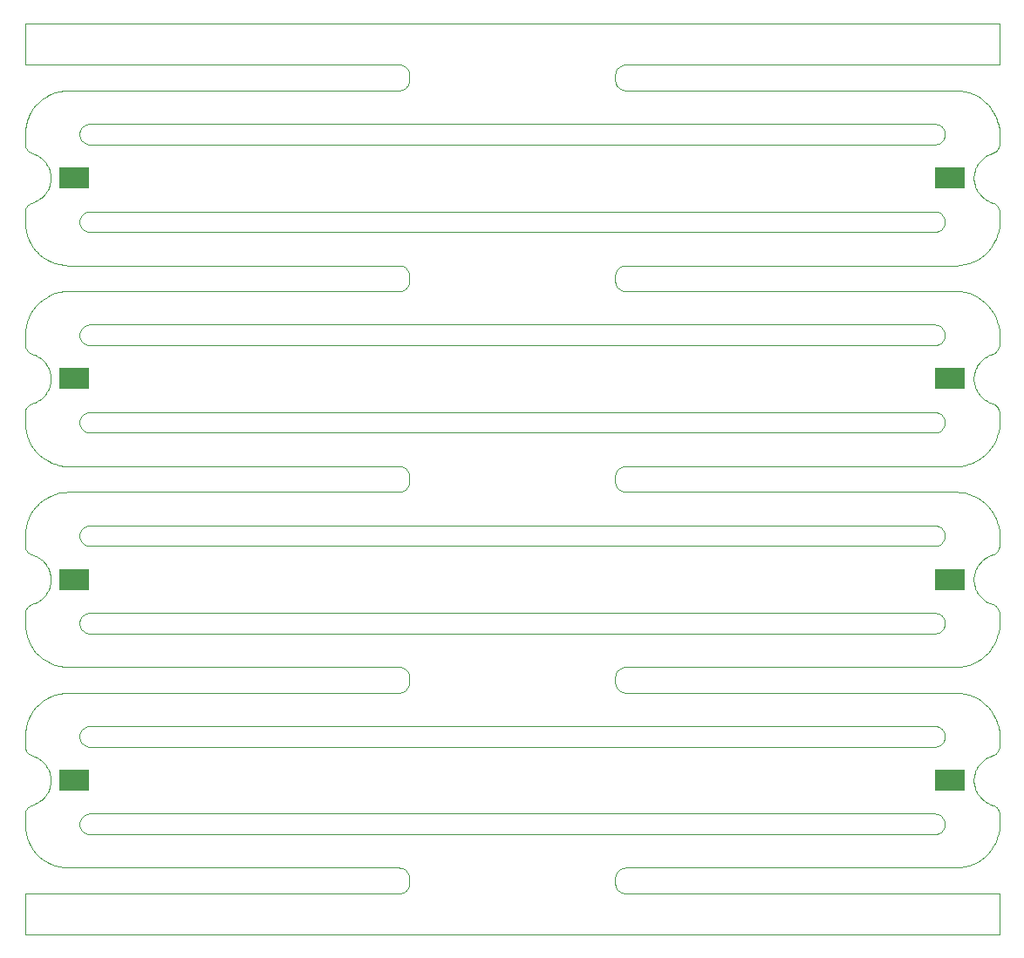
<source format=gbr>
G04 #@! TF.GenerationSoftware,KiCad,Pcbnew,5.1.5+dfsg1-2build2*
G04 #@! TF.CreationDate,2021-10-10T04:01:33+00:00*
G04 #@! TF.ProjectId,base_4.0,62617365-5f34-42e3-902e-6b696361645f,rev?*
G04 #@! TF.SameCoordinates,Original*
G04 #@! TF.FileFunction,Paste,Bot*
G04 #@! TF.FilePolarity,Positive*
%FSLAX46Y46*%
G04 Gerber Fmt 4.6, Leading zero omitted, Abs format (unit mm)*
G04 Created by KiCad (PCBNEW 5.1.5+dfsg1-2build2) date 2021-10-10 04:01:33*
%MOMM*%
%LPD*%
G04 APERTURE LIST*
G04 #@! TA.AperFunction,Profile*
%ADD10C,0.100000*%
G04 #@! TD*
%ADD11R,3.000000X2.000000*%
G04 APERTURE END LIST*
D10*
X138549900Y-102715900D02*
X138451100Y-102736200D01*
X138646400Y-102685700D02*
X138549900Y-102715900D01*
X138739300Y-102645900D02*
X138646400Y-102685700D01*
X138827600Y-102596800D02*
X138739300Y-102645900D01*
X138910600Y-102539100D02*
X138827600Y-102596800D01*
X138987300Y-102473300D02*
X138910600Y-102539100D01*
X139057100Y-102399800D02*
X138987300Y-102473300D01*
X139119000Y-102319900D02*
X139057100Y-102399800D01*
X139172400Y-102234100D02*
X139119000Y-102319900D01*
X139216900Y-102143400D02*
X139172400Y-102234100D01*
X139252000Y-102048600D02*
X139216900Y-102143400D01*
X139277300Y-101950700D02*
X139252000Y-102048600D01*
X139292600Y-101850800D02*
X139277300Y-101950700D01*
X139297700Y-101749900D02*
X139292600Y-101850800D01*
X139292600Y-101649200D02*
X139297700Y-101749900D01*
X139277300Y-101549300D02*
X139292600Y-101649200D01*
X139252000Y-101451500D02*
X139277300Y-101549300D01*
X139216900Y-101356700D02*
X139252000Y-101451500D01*
X139172400Y-101266000D02*
X139216900Y-101356700D01*
X139119000Y-101180200D02*
X139172400Y-101266000D01*
X139057100Y-101100300D02*
X139119000Y-101180200D01*
X138987300Y-101026800D02*
X139057100Y-101100300D01*
X138910600Y-100961000D02*
X138987300Y-101026800D01*
X138827600Y-100903300D02*
X138910600Y-100961000D01*
X138739300Y-100854200D02*
X138827600Y-100903300D01*
X138646600Y-100814500D02*
X138739300Y-100854200D01*
X138550200Y-100784200D02*
X138646600Y-100814500D01*
X138451200Y-100763800D02*
X138550200Y-100784200D01*
X138350700Y-100753600D02*
X138451200Y-100763800D01*
X138274800Y-100751000D02*
X138350700Y-100753600D01*
X56325400Y-100751000D02*
X138274800Y-100751000D01*
X56249200Y-100753600D02*
X56325400Y-100751000D01*
X56148800Y-100763800D02*
X56249200Y-100753600D01*
X56049800Y-100784200D02*
X56148800Y-100763800D01*
X55953400Y-100814500D02*
X56049800Y-100784200D01*
X55860500Y-100854300D02*
X55953400Y-100814500D01*
X55772100Y-100903400D02*
X55860500Y-100854300D01*
X55689200Y-100961100D02*
X55772100Y-100903400D01*
X55612500Y-101027000D02*
X55689200Y-100961100D01*
X55542900Y-101100300D02*
X55612500Y-101027000D01*
X55481000Y-101180200D02*
X55542900Y-101100300D01*
X55427600Y-101266000D02*
X55481000Y-101180200D01*
X55383100Y-101356700D02*
X55427600Y-101266000D01*
X55348100Y-101451200D02*
X55383100Y-101356700D01*
X55322700Y-101549100D02*
X55348100Y-101451200D01*
X55307400Y-101649000D02*
X55322700Y-101549100D01*
X55302300Y-101749900D02*
X55307400Y-101649000D01*
X55307400Y-101850800D02*
X55302300Y-101749900D01*
X55322700Y-101950700D02*
X55307400Y-101850800D01*
X55348000Y-102048600D02*
X55322700Y-101950700D01*
X55383100Y-102143400D02*
X55348000Y-102048600D01*
X55427600Y-102234100D02*
X55383100Y-102143400D01*
X55481000Y-102319900D02*
X55427600Y-102234100D01*
X55542900Y-102399800D02*
X55481000Y-102319900D01*
X55612500Y-102473100D02*
X55542900Y-102399800D01*
X55689200Y-102538900D02*
X55612500Y-102473100D01*
X55772100Y-102596700D02*
X55689200Y-102538900D01*
X55860500Y-102645700D02*
X55772100Y-102596700D01*
X55953400Y-102685600D02*
X55860500Y-102645700D01*
X56049800Y-102715900D02*
X55953400Y-102685600D01*
X56148800Y-102736200D02*
X56049800Y-102715900D01*
X56249300Y-102746500D02*
X56148800Y-102736200D01*
X56325200Y-102749000D02*
X56249300Y-102746500D01*
X138274900Y-102749000D02*
X56325200Y-102749000D01*
X138350500Y-102746500D02*
X138274900Y-102749000D01*
X138451100Y-102736200D02*
X138350500Y-102746500D01*
X138549900Y-94215900D02*
X138451100Y-94236200D01*
X138646400Y-94185700D02*
X138549900Y-94215900D01*
X138739300Y-94145900D02*
X138646400Y-94185700D01*
X138827600Y-94096800D02*
X138739300Y-94145900D01*
X138910600Y-94039100D02*
X138827600Y-94096800D01*
X138987300Y-93973300D02*
X138910600Y-94039100D01*
X139057100Y-93899800D02*
X138987300Y-93973300D01*
X139119000Y-93819900D02*
X139057100Y-93899800D01*
X139172400Y-93734100D02*
X139119000Y-93819900D01*
X139216900Y-93643400D02*
X139172400Y-93734100D01*
X139252000Y-93548600D02*
X139216900Y-93643400D01*
X139277300Y-93450700D02*
X139252000Y-93548600D01*
X139292600Y-93350800D02*
X139277300Y-93450700D01*
X139297700Y-93249900D02*
X139292600Y-93350800D01*
X139292600Y-93149200D02*
X139297700Y-93249900D01*
X139277300Y-93049300D02*
X139292600Y-93149200D01*
X139252000Y-92951500D02*
X139277300Y-93049300D01*
X139216900Y-92856700D02*
X139252000Y-92951500D01*
X139172400Y-92766000D02*
X139216900Y-92856700D01*
X139119000Y-92680200D02*
X139172400Y-92766000D01*
X139057100Y-92600300D02*
X139119000Y-92680200D01*
X138987300Y-92526800D02*
X139057100Y-92600300D01*
X138910600Y-92461000D02*
X138987300Y-92526800D01*
X138827600Y-92403300D02*
X138910600Y-92461000D01*
X138739300Y-92354200D02*
X138827600Y-92403300D01*
X138646600Y-92314500D02*
X138739300Y-92354200D01*
X138550200Y-92284200D02*
X138646600Y-92314500D01*
X138451200Y-92263800D02*
X138550200Y-92284200D01*
X138350700Y-92253600D02*
X138451200Y-92263800D01*
X138274800Y-92251000D02*
X138350700Y-92253600D01*
X56325400Y-92251000D02*
X138274800Y-92251000D01*
X56249200Y-92253600D02*
X56325400Y-92251000D01*
X56148800Y-92263800D02*
X56249200Y-92253600D01*
X56049800Y-92284200D02*
X56148800Y-92263800D01*
X55953400Y-92314500D02*
X56049800Y-92284200D01*
X55860500Y-92354300D02*
X55953400Y-92314500D01*
X55772100Y-92403400D02*
X55860500Y-92354300D01*
X55689200Y-92461100D02*
X55772100Y-92403400D01*
X55612500Y-92527000D02*
X55689200Y-92461100D01*
X55542900Y-92600300D02*
X55612500Y-92527000D01*
X55481000Y-92680200D02*
X55542900Y-92600300D01*
X55427600Y-92766000D02*
X55481000Y-92680200D01*
X55383100Y-92856700D02*
X55427600Y-92766000D01*
X55348100Y-92951200D02*
X55383100Y-92856700D01*
X55322700Y-93049100D02*
X55348100Y-92951200D01*
X55307400Y-93149000D02*
X55322700Y-93049100D01*
X55302300Y-93249900D02*
X55307400Y-93149000D01*
X55307400Y-93350800D02*
X55302300Y-93249900D01*
X55322700Y-93450700D02*
X55307400Y-93350800D01*
X55348000Y-93548600D02*
X55322700Y-93450700D01*
X55383100Y-93643400D02*
X55348000Y-93548600D01*
X55427600Y-93734100D02*
X55383100Y-93643400D01*
X55481000Y-93819900D02*
X55427600Y-93734100D01*
X55542900Y-93899800D02*
X55481000Y-93819900D01*
X55612500Y-93973100D02*
X55542900Y-93899800D01*
X55689200Y-94038900D02*
X55612500Y-93973100D01*
X55772100Y-94096700D02*
X55689200Y-94038900D01*
X55860500Y-94145700D02*
X55772100Y-94096700D01*
X55953400Y-94185600D02*
X55860500Y-94145700D01*
X56049800Y-94215900D02*
X55953400Y-94185600D01*
X56148800Y-94236200D02*
X56049800Y-94215900D01*
X56249300Y-94246500D02*
X56148800Y-94236200D01*
X56325200Y-94249000D02*
X56249300Y-94246500D01*
X138274900Y-94249000D02*
X56325200Y-94249000D01*
X138350500Y-94246500D02*
X138274900Y-94249000D01*
X138451100Y-94236200D02*
X138350500Y-94246500D01*
X138549900Y-83215900D02*
X138451000Y-83236200D01*
X138646400Y-83185700D02*
X138549900Y-83215900D01*
X138739300Y-83145800D02*
X138646400Y-83185700D01*
X138827600Y-83096800D02*
X138739300Y-83145800D01*
X138910600Y-83039100D02*
X138827600Y-83096800D01*
X138987300Y-82973300D02*
X138910600Y-83039100D01*
X139057100Y-82899800D02*
X138987300Y-82973300D01*
X139119000Y-82819900D02*
X139057100Y-82899800D01*
X139172400Y-82734100D02*
X139119000Y-82819900D01*
X139216900Y-82643300D02*
X139172400Y-82734100D01*
X139252000Y-82548600D02*
X139216900Y-82643300D01*
X139277300Y-82450700D02*
X139252000Y-82548600D01*
X139292600Y-82350800D02*
X139277300Y-82450700D01*
X139297700Y-82249900D02*
X139292600Y-82350800D01*
X139292600Y-82149200D02*
X139297700Y-82249900D01*
X139277300Y-82049300D02*
X139292600Y-82149200D01*
X139252000Y-81951500D02*
X139277300Y-82049300D01*
X139216900Y-81856700D02*
X139252000Y-81951500D01*
X139172400Y-81765900D02*
X139216900Y-81856700D01*
X139119000Y-81680200D02*
X139172400Y-81765900D01*
X139057100Y-81600200D02*
X139119000Y-81680200D01*
X138987300Y-81526800D02*
X139057100Y-81600200D01*
X138910600Y-81461000D02*
X138987300Y-81526800D01*
X138827600Y-81403200D02*
X138910600Y-81461000D01*
X138739300Y-81354200D02*
X138827600Y-81403200D01*
X138646600Y-81314500D02*
X138739300Y-81354200D01*
X138550200Y-81284200D02*
X138646600Y-81314500D01*
X138451200Y-81263800D02*
X138550200Y-81284200D01*
X138350700Y-81253600D02*
X138451200Y-81263800D01*
X138274800Y-81251000D02*
X138350700Y-81253600D01*
X56325300Y-81251000D02*
X138274800Y-81251000D01*
X56249200Y-81253600D02*
X56325300Y-81251000D01*
X56148800Y-81263800D02*
X56249200Y-81253600D01*
X56049800Y-81284200D02*
X56148800Y-81263800D01*
X55953400Y-81314500D02*
X56049800Y-81284200D01*
X55860500Y-81354300D02*
X55953400Y-81314500D01*
X55772100Y-81403400D02*
X55860500Y-81354300D01*
X55689200Y-81461100D02*
X55772100Y-81403400D01*
X55612500Y-81527000D02*
X55689200Y-81461100D01*
X55542900Y-81600200D02*
X55612500Y-81527000D01*
X55481000Y-81680200D02*
X55542900Y-81600200D01*
X55427600Y-81765900D02*
X55481000Y-81680200D01*
X55383100Y-81856700D02*
X55427600Y-81765900D01*
X55348100Y-81951200D02*
X55383100Y-81856700D01*
X55322700Y-82049000D02*
X55348100Y-81951200D01*
X55307400Y-82148900D02*
X55322700Y-82049000D01*
X55302300Y-82249900D02*
X55307400Y-82148900D01*
X55307400Y-82350800D02*
X55302300Y-82249900D01*
X55322700Y-82450700D02*
X55307400Y-82350800D01*
X55348000Y-82548600D02*
X55322700Y-82450700D01*
X55383100Y-82643300D02*
X55348000Y-82548600D01*
X55427600Y-82734100D02*
X55383100Y-82643300D01*
X55481000Y-82819900D02*
X55427600Y-82734100D01*
X55542900Y-82899800D02*
X55481000Y-82819900D01*
X55612500Y-82973100D02*
X55542900Y-82899800D01*
X55689200Y-83038900D02*
X55612500Y-82973100D01*
X55772100Y-83096700D02*
X55689200Y-83038900D01*
X55860500Y-83145700D02*
X55772100Y-83096700D01*
X55953400Y-83185600D02*
X55860500Y-83145700D01*
X56049800Y-83215800D02*
X55953400Y-83185600D01*
X56148800Y-83236200D02*
X56049800Y-83215800D01*
X56249300Y-83246400D02*
X56148800Y-83236200D01*
X56325200Y-83249000D02*
X56249300Y-83246400D01*
X138274800Y-83249000D02*
X56325200Y-83249000D01*
X138350600Y-83246400D02*
X138274800Y-83249000D01*
X138451000Y-83236200D02*
X138350600Y-83246400D01*
X138549900Y-74715900D02*
X138451000Y-74736200D01*
X138646400Y-74685700D02*
X138549900Y-74715900D01*
X138739300Y-74645800D02*
X138646400Y-74685700D01*
X138827600Y-74596800D02*
X138739300Y-74645800D01*
X138910600Y-74539100D02*
X138827600Y-74596800D01*
X138987300Y-74473300D02*
X138910600Y-74539100D01*
X139057100Y-74399800D02*
X138987300Y-74473300D01*
X139119000Y-74319900D02*
X139057100Y-74399800D01*
X139172400Y-74234100D02*
X139119000Y-74319900D01*
X139216900Y-74143300D02*
X139172400Y-74234100D01*
X139252000Y-74048600D02*
X139216900Y-74143300D01*
X139277300Y-73950700D02*
X139252000Y-74048600D01*
X139292600Y-73850800D02*
X139277300Y-73950700D01*
X139297700Y-73749900D02*
X139292600Y-73850800D01*
X139292600Y-73649200D02*
X139297700Y-73749900D01*
X139277300Y-73549300D02*
X139292600Y-73649200D01*
X139252000Y-73451500D02*
X139277300Y-73549300D01*
X139216900Y-73356700D02*
X139252000Y-73451500D01*
X139172400Y-73265900D02*
X139216900Y-73356700D01*
X139119000Y-73180200D02*
X139172400Y-73265900D01*
X139057100Y-73100200D02*
X139119000Y-73180200D01*
X138987300Y-73026800D02*
X139057100Y-73100200D01*
X138910600Y-72961000D02*
X138987300Y-73026800D01*
X138827600Y-72903200D02*
X138910600Y-72961000D01*
X138739300Y-72854200D02*
X138827600Y-72903200D01*
X138646600Y-72814500D02*
X138739300Y-72854200D01*
X138550200Y-72784200D02*
X138646600Y-72814500D01*
X138451200Y-72763800D02*
X138550200Y-72784200D01*
X138350700Y-72753600D02*
X138451200Y-72763800D01*
X138274800Y-72751000D02*
X138350700Y-72753600D01*
X56325300Y-72751000D02*
X138274800Y-72751000D01*
X56249200Y-72753600D02*
X56325300Y-72751000D01*
X56148800Y-72763800D02*
X56249200Y-72753600D01*
X56049800Y-72784200D02*
X56148800Y-72763800D01*
X55953400Y-72814500D02*
X56049800Y-72784200D01*
X55860500Y-72854300D02*
X55953400Y-72814500D01*
X55772100Y-72903400D02*
X55860500Y-72854300D01*
X55689200Y-72961100D02*
X55772100Y-72903400D01*
X55612500Y-73027000D02*
X55689200Y-72961100D01*
X55542900Y-73100200D02*
X55612500Y-73027000D01*
X55481000Y-73180200D02*
X55542900Y-73100200D01*
X55427600Y-73265900D02*
X55481000Y-73180200D01*
X55383100Y-73356700D02*
X55427600Y-73265900D01*
X55348100Y-73451200D02*
X55383100Y-73356700D01*
X55322700Y-73549000D02*
X55348100Y-73451200D01*
X55307400Y-73648900D02*
X55322700Y-73549000D01*
X55302300Y-73749900D02*
X55307400Y-73648900D01*
X55307400Y-73850800D02*
X55302300Y-73749900D01*
X55322700Y-73950700D02*
X55307400Y-73850800D01*
X55348000Y-74048600D02*
X55322700Y-73950700D01*
X55383100Y-74143300D02*
X55348000Y-74048600D01*
X55427600Y-74234100D02*
X55383100Y-74143300D01*
X55481000Y-74319900D02*
X55427600Y-74234100D01*
X55542900Y-74399800D02*
X55481000Y-74319900D01*
X55612500Y-74473100D02*
X55542900Y-74399800D01*
X55689200Y-74538900D02*
X55612500Y-74473100D01*
X55772100Y-74596700D02*
X55689200Y-74538900D01*
X55860500Y-74645700D02*
X55772100Y-74596700D01*
X55953400Y-74685600D02*
X55860500Y-74645700D01*
X56049800Y-74715800D02*
X55953400Y-74685600D01*
X56148800Y-74736200D02*
X56049800Y-74715800D01*
X56249300Y-74746400D02*
X56148800Y-74736200D01*
X56325200Y-74749000D02*
X56249300Y-74746400D01*
X138274800Y-74749000D02*
X56325200Y-74749000D01*
X138350600Y-74746400D02*
X138274800Y-74749000D01*
X138451000Y-74736200D02*
X138350600Y-74746400D01*
X138549900Y-63715900D02*
X138451000Y-63736200D01*
X138646400Y-63685700D02*
X138549900Y-63715900D01*
X138739300Y-63645800D02*
X138646400Y-63685700D01*
X138827600Y-63596800D02*
X138739300Y-63645800D01*
X138910600Y-63539100D02*
X138827600Y-63596800D01*
X138987300Y-63473200D02*
X138910600Y-63539100D01*
X139057100Y-63399800D02*
X138987300Y-63473200D01*
X139118800Y-63320100D02*
X139057100Y-63399800D01*
X139172300Y-63234300D02*
X139118800Y-63320100D01*
X139216800Y-63143600D02*
X139172300Y-63234300D01*
X139251900Y-63048800D02*
X139216800Y-63143600D01*
X139277300Y-62951000D02*
X139251900Y-63048800D01*
X139292600Y-62851100D02*
X139277300Y-62951000D01*
X139297700Y-62750100D02*
X139292600Y-62851100D01*
X139292600Y-62649200D02*
X139297700Y-62750100D01*
X139277300Y-62549300D02*
X139292600Y-62649200D01*
X139252000Y-62451500D02*
X139277300Y-62549300D01*
X139216800Y-62356400D02*
X139252000Y-62451500D01*
X139172300Y-62265700D02*
X139216800Y-62356400D01*
X139118800Y-62179900D02*
X139172300Y-62265700D01*
X139056900Y-62100000D02*
X139118800Y-62179900D01*
X138987300Y-62026800D02*
X139056900Y-62100000D01*
X138910600Y-61960900D02*
X138987300Y-62026800D01*
X138827600Y-61903200D02*
X138910600Y-61960900D01*
X138739500Y-61854300D02*
X138827600Y-61903200D01*
X138646600Y-61814400D02*
X138739500Y-61854300D01*
X138550200Y-61784200D02*
X138646600Y-61814400D01*
X138451200Y-61763800D02*
X138550200Y-61784200D01*
X138350700Y-61753600D02*
X138451200Y-61763800D01*
X138274800Y-61751000D02*
X138350700Y-61753600D01*
X56325200Y-61751000D02*
X138274800Y-61751000D01*
X56249300Y-61753600D02*
X56325200Y-61751000D01*
X56148800Y-61763800D02*
X56249300Y-61753600D01*
X56049800Y-61784200D02*
X56148800Y-61763800D01*
X55953400Y-61814400D02*
X56049800Y-61784200D01*
X55860500Y-61854300D02*
X55953400Y-61814400D01*
X55772100Y-61903400D02*
X55860500Y-61854300D01*
X55689200Y-61961100D02*
X55772100Y-61903400D01*
X55612500Y-62027000D02*
X55689200Y-61961100D01*
X55542900Y-62100200D02*
X55612500Y-62027000D01*
X55481000Y-62180200D02*
X55542900Y-62100200D01*
X55427600Y-62265900D02*
X55481000Y-62180200D01*
X55383100Y-62356700D02*
X55427600Y-62265900D01*
X55348000Y-62451500D02*
X55383100Y-62356700D01*
X55322700Y-62549000D02*
X55348000Y-62451500D01*
X55307400Y-62648900D02*
X55322700Y-62549000D01*
X55302300Y-62749900D02*
X55307400Y-62648900D01*
X55307400Y-62850800D02*
X55302300Y-62749900D01*
X55322700Y-62950700D02*
X55307400Y-62850800D01*
X55348000Y-63048500D02*
X55322700Y-62950700D01*
X55383100Y-63143300D02*
X55348000Y-63048500D01*
X55427600Y-63234100D02*
X55383100Y-63143300D01*
X55481000Y-63319900D02*
X55427600Y-63234100D01*
X55542900Y-63399800D02*
X55481000Y-63319900D01*
X55612500Y-63473000D02*
X55542900Y-63399800D01*
X55689200Y-63538900D02*
X55612500Y-63473000D01*
X55772100Y-63596600D02*
X55689200Y-63538900D01*
X55860500Y-63645700D02*
X55772100Y-63596600D01*
X55953400Y-63685600D02*
X55860500Y-63645700D01*
X56049800Y-63715800D02*
X55953400Y-63685600D01*
X56148800Y-63736200D02*
X56049800Y-63715800D01*
X56249300Y-63746400D02*
X56148800Y-63736200D01*
X56325200Y-63749000D02*
X56249300Y-63746400D01*
X138274800Y-63749000D02*
X56325200Y-63749000D01*
X138350700Y-63746400D02*
X138274800Y-63749000D01*
X138451000Y-63736200D02*
X138350700Y-63746400D01*
X138549900Y-55215900D02*
X138451000Y-55236200D01*
X138646400Y-55185700D02*
X138549900Y-55215900D01*
X138739300Y-55145800D02*
X138646400Y-55185700D01*
X138827600Y-55096800D02*
X138739300Y-55145800D01*
X138910600Y-55039100D02*
X138827600Y-55096800D01*
X138987300Y-54973200D02*
X138910600Y-55039100D01*
X139057100Y-54899800D02*
X138987300Y-54973200D01*
X139118800Y-54820100D02*
X139057100Y-54899800D01*
X139172300Y-54734300D02*
X139118800Y-54820100D01*
X139216800Y-54643600D02*
X139172300Y-54734300D01*
X139251900Y-54548800D02*
X139216800Y-54643600D01*
X139277300Y-54451000D02*
X139251900Y-54548800D01*
X139292600Y-54351100D02*
X139277300Y-54451000D01*
X139297700Y-54250100D02*
X139292600Y-54351100D01*
X139292600Y-54149200D02*
X139297700Y-54250100D01*
X139277300Y-54049300D02*
X139292600Y-54149200D01*
X139252000Y-53951500D02*
X139277300Y-54049300D01*
X139216800Y-53856400D02*
X139252000Y-53951500D01*
X139172300Y-53765700D02*
X139216800Y-53856400D01*
X139118800Y-53679900D02*
X139172300Y-53765700D01*
X139056900Y-53600000D02*
X139118800Y-53679900D01*
X138987300Y-53526800D02*
X139056900Y-53600000D01*
X138910600Y-53460900D02*
X138987300Y-53526800D01*
X138827600Y-53403200D02*
X138910600Y-53460900D01*
X138739500Y-53354300D02*
X138827600Y-53403200D01*
X138646600Y-53314400D02*
X138739500Y-53354300D01*
X138550200Y-53284200D02*
X138646600Y-53314400D01*
X138451200Y-53263800D02*
X138550200Y-53284200D01*
X138350700Y-53253600D02*
X138451200Y-53263800D01*
X138274800Y-53251000D02*
X138350700Y-53253600D01*
X56325200Y-53251000D02*
X138274800Y-53251000D01*
X56249300Y-53253600D02*
X56325200Y-53251000D01*
X56148800Y-53263800D02*
X56249300Y-53253600D01*
X56049800Y-53284200D02*
X56148800Y-53263800D01*
X55953400Y-53314400D02*
X56049800Y-53284200D01*
X55860500Y-53354300D02*
X55953400Y-53314400D01*
X55772100Y-53403400D02*
X55860500Y-53354300D01*
X55689200Y-53461100D02*
X55772100Y-53403400D01*
X55612500Y-53527000D02*
X55689200Y-53461100D01*
X55542900Y-53600200D02*
X55612500Y-53527000D01*
X55481000Y-53680200D02*
X55542900Y-53600200D01*
X55427600Y-53765900D02*
X55481000Y-53680200D01*
X55383100Y-53856700D02*
X55427600Y-53765900D01*
X55348000Y-53951500D02*
X55383100Y-53856700D01*
X55322700Y-54049000D02*
X55348000Y-53951500D01*
X55307400Y-54148900D02*
X55322700Y-54049000D01*
X55302300Y-54249900D02*
X55307400Y-54148900D01*
X55307400Y-54350800D02*
X55302300Y-54249900D01*
X55322700Y-54450700D02*
X55307400Y-54350800D01*
X55348000Y-54548500D02*
X55322700Y-54450700D01*
X55383100Y-54643300D02*
X55348000Y-54548500D01*
X55427600Y-54734100D02*
X55383100Y-54643300D01*
X55481000Y-54819900D02*
X55427600Y-54734100D01*
X55542900Y-54899800D02*
X55481000Y-54819900D01*
X55612500Y-54973000D02*
X55542900Y-54899800D01*
X55689200Y-55038900D02*
X55612500Y-54973000D01*
X55772100Y-55096600D02*
X55689200Y-55038900D01*
X55860500Y-55145700D02*
X55772100Y-55096600D01*
X55953400Y-55185600D02*
X55860500Y-55145700D01*
X56049800Y-55215800D02*
X55953400Y-55185600D01*
X56148800Y-55236200D02*
X56049800Y-55215800D01*
X56249300Y-55246400D02*
X56148800Y-55236200D01*
X56325200Y-55249000D02*
X56249300Y-55246400D01*
X138274800Y-55249000D02*
X56325200Y-55249000D01*
X138350700Y-55246400D02*
X138274800Y-55249000D01*
X138451000Y-55236200D02*
X138350700Y-55246400D01*
X138550200Y-122215900D02*
X138450700Y-122236300D01*
X138646600Y-122185600D02*
X138550200Y-122215900D01*
X138739500Y-122145700D02*
X138646600Y-122185600D01*
X138827900Y-122096700D02*
X138739500Y-122145700D01*
X138910800Y-122038900D02*
X138827900Y-122096700D01*
X138987500Y-121973100D02*
X138910800Y-122038900D01*
X139057100Y-121899800D02*
X138987500Y-121973100D01*
X139119000Y-121819900D02*
X139057100Y-121899800D01*
X139172400Y-121734100D02*
X139119000Y-121819900D01*
X139216900Y-121643400D02*
X139172400Y-121734100D01*
X139252000Y-121548600D02*
X139216900Y-121643400D01*
X139277300Y-121450800D02*
X139252000Y-121548600D01*
X139292600Y-121350900D02*
X139277300Y-121450800D01*
X139297700Y-121249900D02*
X139292600Y-121350900D01*
X139292600Y-121149300D02*
X139297700Y-121249900D01*
X139277300Y-121049300D02*
X139292600Y-121149300D01*
X139252000Y-120951500D02*
X139277300Y-121049300D01*
X139216900Y-120856700D02*
X139252000Y-120951500D01*
X139172400Y-120766000D02*
X139216900Y-120856700D01*
X139119000Y-120680200D02*
X139172400Y-120766000D01*
X139057100Y-120600300D02*
X139119000Y-120680200D01*
X138987300Y-120526800D02*
X139057100Y-120600300D01*
X138910600Y-120461000D02*
X138987300Y-120526800D01*
X138827600Y-120403300D02*
X138910600Y-120461000D01*
X138739300Y-120354200D02*
X138827600Y-120403300D01*
X138646600Y-120314500D02*
X138739300Y-120354200D01*
X138550200Y-120284200D02*
X138646600Y-120314500D01*
X138451200Y-120263900D02*
X138550200Y-120284200D01*
X138350700Y-120253600D02*
X138451200Y-120263900D01*
X138274800Y-120251100D02*
X138350700Y-120253600D01*
X56325000Y-120251100D02*
X138274800Y-120251100D01*
X56249600Y-120253600D02*
X56325000Y-120251100D01*
X56148800Y-120263900D02*
X56249600Y-120253600D01*
X56049800Y-120284200D02*
X56148800Y-120263900D01*
X55953400Y-120314500D02*
X56049800Y-120284200D01*
X55860500Y-120354400D02*
X55953400Y-120314500D01*
X55772100Y-120403400D02*
X55860500Y-120354400D01*
X55689200Y-120461200D02*
X55772100Y-120403400D01*
X55612500Y-120527000D02*
X55689200Y-120461200D01*
X55542900Y-120600300D02*
X55612500Y-120527000D01*
X55481000Y-120680200D02*
X55542900Y-120600300D01*
X55427600Y-120766000D02*
X55481000Y-120680200D01*
X55383100Y-120856700D02*
X55427600Y-120766000D01*
X55348100Y-120951200D02*
X55383100Y-120856700D01*
X55322700Y-121049100D02*
X55348100Y-120951200D01*
X55307400Y-121149000D02*
X55322700Y-121049100D01*
X55302300Y-121249900D02*
X55307400Y-121149000D01*
X55307400Y-121350900D02*
X55302300Y-121249900D01*
X55322700Y-121450800D02*
X55307400Y-121350900D01*
X55348000Y-121548600D02*
X55322700Y-121450800D01*
X55383100Y-121643400D02*
X55348000Y-121548600D01*
X55427600Y-121734100D02*
X55383100Y-121643400D01*
X55481000Y-121819900D02*
X55427600Y-121734100D01*
X55542900Y-121899800D02*
X55481000Y-121819900D01*
X55612500Y-121973100D02*
X55542900Y-121899800D01*
X55689200Y-122038900D02*
X55612500Y-121973100D01*
X55772100Y-122096700D02*
X55689200Y-122038900D01*
X55860500Y-122145700D02*
X55772100Y-122096700D01*
X55953400Y-122185600D02*
X55860500Y-122145700D01*
X56049800Y-122215900D02*
X55953400Y-122185600D01*
X56148800Y-122236200D02*
X56049800Y-122215900D01*
X56249300Y-122246500D02*
X56148800Y-122236200D01*
X56325200Y-122249100D02*
X56249300Y-122246500D01*
X138274500Y-122249100D02*
X56325200Y-122249100D01*
X138350900Y-122246500D02*
X138274500Y-122249100D01*
X138450700Y-122236300D02*
X138350900Y-122246500D01*
X138550200Y-113715900D02*
X138450700Y-113736300D01*
X138646600Y-113685600D02*
X138550200Y-113715900D01*
X138739500Y-113645700D02*
X138646600Y-113685600D01*
X138827900Y-113596700D02*
X138739500Y-113645700D01*
X138910800Y-113538900D02*
X138827900Y-113596700D01*
X138987500Y-113473100D02*
X138910800Y-113538900D01*
X139057100Y-113399800D02*
X138987500Y-113473100D01*
X139119000Y-113319900D02*
X139057100Y-113399800D01*
X139172400Y-113234100D02*
X139119000Y-113319900D01*
X139216900Y-113143400D02*
X139172400Y-113234100D01*
X139252000Y-113048600D02*
X139216900Y-113143400D01*
X139277300Y-112950800D02*
X139252000Y-113048600D01*
X139292600Y-112850900D02*
X139277300Y-112950800D01*
X139297700Y-112749900D02*
X139292600Y-112850900D01*
X139292600Y-112649300D02*
X139297700Y-112749900D01*
X139277300Y-112549300D02*
X139292600Y-112649300D01*
X139252000Y-112451500D02*
X139277300Y-112549300D01*
X139216900Y-112356700D02*
X139252000Y-112451500D01*
X139172400Y-112266000D02*
X139216900Y-112356700D01*
X139119000Y-112180200D02*
X139172400Y-112266000D01*
X139057100Y-112100300D02*
X139119000Y-112180200D01*
X138987300Y-112026800D02*
X139057100Y-112100300D01*
X138910600Y-111961000D02*
X138987300Y-112026800D01*
X138827600Y-111903300D02*
X138910600Y-111961000D01*
X138739300Y-111854200D02*
X138827600Y-111903300D01*
X138646600Y-111814500D02*
X138739300Y-111854200D01*
X138550200Y-111784200D02*
X138646600Y-111814500D01*
X138451200Y-111763900D02*
X138550200Y-111784200D01*
X138350700Y-111753600D02*
X138451200Y-111763900D01*
X138274800Y-111751100D02*
X138350700Y-111753600D01*
X56325000Y-111751100D02*
X138274800Y-111751100D01*
X56249600Y-111753600D02*
X56325000Y-111751100D01*
X56148800Y-111763900D02*
X56249600Y-111753600D01*
X56049800Y-111784200D02*
X56148800Y-111763900D01*
X55953400Y-111814500D02*
X56049800Y-111784200D01*
X55860500Y-111854400D02*
X55953400Y-111814500D01*
X55772100Y-111903400D02*
X55860500Y-111854400D01*
X55689200Y-111961200D02*
X55772100Y-111903400D01*
X55612500Y-112027000D02*
X55689200Y-111961200D01*
X55542900Y-112100300D02*
X55612500Y-112027000D01*
X55481000Y-112180200D02*
X55542900Y-112100300D01*
X55427600Y-112266000D02*
X55481000Y-112180200D01*
X55383100Y-112356700D02*
X55427600Y-112266000D01*
X55348100Y-112451200D02*
X55383100Y-112356700D01*
X55322700Y-112549100D02*
X55348100Y-112451200D01*
X55307400Y-112649000D02*
X55322700Y-112549100D01*
X55302300Y-112749900D02*
X55307400Y-112649000D01*
X55307400Y-112850900D02*
X55302300Y-112749900D01*
X55322700Y-112950800D02*
X55307400Y-112850900D01*
X55348000Y-113048600D02*
X55322700Y-112950800D01*
X55383100Y-113143400D02*
X55348000Y-113048600D01*
X55427600Y-113234100D02*
X55383100Y-113143400D01*
X55481000Y-113319900D02*
X55427600Y-113234100D01*
X55542900Y-113399800D02*
X55481000Y-113319900D01*
X55612500Y-113473100D02*
X55542900Y-113399800D01*
X55689200Y-113538900D02*
X55612500Y-113473100D01*
X55772100Y-113596700D02*
X55689200Y-113538900D01*
X55860500Y-113645700D02*
X55772100Y-113596700D01*
X55953400Y-113685600D02*
X55860500Y-113645700D01*
X56049800Y-113715900D02*
X55953400Y-113685600D01*
X56148800Y-113736200D02*
X56049800Y-113715900D01*
X56249300Y-113746500D02*
X56148800Y-113736200D01*
X56325200Y-113749100D02*
X56249300Y-113746500D01*
X138274500Y-113749100D02*
X56325200Y-113749100D01*
X138350900Y-113746500D02*
X138274500Y-113749100D01*
X138450700Y-113736300D02*
X138350900Y-113746500D01*
X144576500Y-43499000D02*
X50009200Y-43499700D01*
X144591800Y-43499800D02*
X144576500Y-43499000D01*
X144597000Y-43502300D02*
X144591800Y-43499800D01*
X144600200Y-43508200D02*
X144597000Y-43502300D01*
X144601000Y-43523500D02*
X144600200Y-43508200D01*
X144601000Y-47475500D02*
X144601000Y-43523500D01*
X144599700Y-47492700D02*
X144601000Y-47475500D01*
X144597000Y-47496700D02*
X144599700Y-47492700D01*
X144591800Y-47499200D02*
X144597000Y-47496700D01*
X108291300Y-47500000D02*
X144591800Y-47499200D01*
X108194000Y-47504800D02*
X108291300Y-47500000D01*
X108097900Y-47519000D02*
X108194000Y-47504800D01*
X108003600Y-47542600D02*
X108097900Y-47519000D01*
X107912200Y-47575400D02*
X108003600Y-47542600D01*
X107824300Y-47616900D02*
X107912200Y-47575400D01*
X107741000Y-47666900D02*
X107824300Y-47616900D01*
X107663000Y-47724700D02*
X107741000Y-47666900D01*
X107591000Y-47790000D02*
X107663000Y-47724700D01*
X107525700Y-47862000D02*
X107591000Y-47790000D01*
X107467900Y-47940000D02*
X107525700Y-47862000D01*
X107417900Y-48023300D02*
X107467900Y-47940000D01*
X107376400Y-48111100D02*
X107417900Y-48023300D01*
X107343700Y-48202600D02*
X107376400Y-48111100D01*
X107320000Y-48296900D02*
X107343700Y-48202600D01*
X107305800Y-48393000D02*
X107320000Y-48296900D01*
X107301000Y-48490200D02*
X107305800Y-48393000D01*
X107301000Y-49008800D02*
X107301000Y-48490200D01*
X107305800Y-49106000D02*
X107301000Y-49008800D01*
X107320000Y-49202100D02*
X107305800Y-49106000D01*
X107343700Y-49296400D02*
X107320000Y-49202100D01*
X107376400Y-49387900D02*
X107343700Y-49296400D01*
X107417900Y-49475700D02*
X107376400Y-49387900D01*
X107467900Y-49559000D02*
X107417900Y-49475700D01*
X107525700Y-49637000D02*
X107467900Y-49559000D01*
X107591000Y-49709000D02*
X107525700Y-49637000D01*
X107663000Y-49774300D02*
X107591000Y-49709000D01*
X107741000Y-49832100D02*
X107663000Y-49774300D01*
X107824300Y-49882100D02*
X107741000Y-49832100D01*
X107912200Y-49923600D02*
X107824300Y-49882100D01*
X108003600Y-49956400D02*
X107912200Y-49923600D01*
X108097900Y-49980000D02*
X108003600Y-49956400D01*
X108194000Y-49994200D02*
X108097900Y-49980000D01*
X108291300Y-49999000D02*
X108194000Y-49994200D01*
X140343400Y-49999000D02*
X108291300Y-49999000D01*
X140794600Y-50022700D02*
X140343400Y-49999000D01*
X141220800Y-50089800D02*
X140794600Y-50022700D01*
X141246500Y-50095300D02*
X141220800Y-50089800D01*
X141663300Y-50207300D02*
X141246500Y-50095300D01*
X142066700Y-50361800D02*
X141663300Y-50207300D01*
X142090700Y-50372500D02*
X142066700Y-50361800D01*
X142475100Y-50568700D02*
X142090700Y-50372500D01*
X142848300Y-50811000D02*
X142475100Y-50568700D01*
X143194500Y-51091300D02*
X142848300Y-50811000D01*
X143499800Y-51396200D02*
X143194500Y-51091300D01*
X143517400Y-51415700D02*
X143499800Y-51396200D01*
X143780800Y-51741100D02*
X143517400Y-51415700D01*
X143796300Y-51762300D02*
X143780800Y-51741100D01*
X144031100Y-52124500D02*
X143796300Y-51762300D01*
X144227500Y-52509200D02*
X144031100Y-52124500D01*
X144238200Y-52533200D02*
X144227500Y-52509200D01*
X144388200Y-52924100D02*
X144238200Y-52533200D01*
X144396300Y-52949100D02*
X144388200Y-52924100D01*
X144507800Y-53366500D02*
X144396300Y-52949100D01*
X144577300Y-53805500D02*
X144507800Y-53366500D01*
X144600900Y-54250100D02*
X144577300Y-53805500D01*
X144600900Y-55145800D02*
X144600900Y-54250100D01*
X144595900Y-55244100D02*
X144600900Y-55145800D01*
X144583400Y-55329600D02*
X144595900Y-55244100D01*
X144578600Y-55353900D02*
X144583400Y-55329600D01*
X144553400Y-55449200D02*
X144578600Y-55353900D01*
X144524000Y-55530000D02*
X144553400Y-55449200D01*
X144487300Y-55608200D02*
X144524000Y-55530000D01*
X144475600Y-55630000D02*
X144487300Y-55608200D01*
X144430700Y-55703900D02*
X144475600Y-55630000D01*
X144372100Y-55782500D02*
X144430700Y-55703900D01*
X144314100Y-55846600D02*
X144372100Y-55782500D01*
X144296500Y-55864100D02*
X144314100Y-55846600D01*
X144232100Y-55921700D02*
X144296500Y-55864100D01*
X144152700Y-55980100D02*
X144232100Y-55921700D01*
X144057300Y-56035700D02*
X144152700Y-55980100D01*
X143978600Y-56072200D02*
X144057300Y-56035700D01*
X143700100Y-56170700D02*
X143978600Y-56072200D01*
X143609400Y-56207800D02*
X143700100Y-56170700D01*
X143475300Y-56270600D02*
X143609400Y-56207800D01*
X143388700Y-56316400D02*
X143475300Y-56270600D01*
X143261400Y-56392000D02*
X143388700Y-56316400D01*
X143179800Y-56446200D02*
X143261400Y-56392000D01*
X143060600Y-56533900D02*
X143179800Y-56446200D01*
X142984600Y-56595900D02*
X143060600Y-56533900D01*
X142874600Y-56694900D02*
X142984600Y-56595900D01*
X142805100Y-56764000D02*
X142874600Y-56694900D01*
X142705400Y-56873400D02*
X142805100Y-56764000D01*
X142643000Y-56949000D02*
X142705400Y-56873400D01*
X142554500Y-57067700D02*
X142643000Y-56949000D01*
X142499900Y-57149100D02*
X142554500Y-57067700D01*
X142423600Y-57275900D02*
X142499900Y-57149100D01*
X142377200Y-57362300D02*
X142423600Y-57275900D01*
X142313700Y-57496000D02*
X142377200Y-57362300D01*
X142276000Y-57586500D02*
X142313700Y-57496000D01*
X142226000Y-57725800D02*
X142276000Y-57586500D01*
X142197400Y-57819500D02*
X142226000Y-57725800D01*
X142161300Y-57963100D02*
X142197400Y-57819500D01*
X142142200Y-58059200D02*
X142161300Y-57963100D01*
X142120400Y-58205600D02*
X142142200Y-58059200D01*
X142110700Y-58303100D02*
X142120400Y-58205600D01*
X142103400Y-58451000D02*
X142110700Y-58303100D01*
X142103400Y-58549000D02*
X142103400Y-58451000D01*
X142110700Y-58696900D02*
X142103400Y-58549000D01*
X142120400Y-58794400D02*
X142110700Y-58696900D01*
X142142200Y-58940800D02*
X142120400Y-58794400D01*
X142161300Y-59036900D02*
X142142200Y-58940800D01*
X142197400Y-59180500D02*
X142161300Y-59036900D01*
X142226000Y-59274200D02*
X142197400Y-59180500D01*
X142276000Y-59413500D02*
X142226000Y-59274200D01*
X142313700Y-59504000D02*
X142276000Y-59413500D01*
X142377200Y-59637700D02*
X142313700Y-59504000D01*
X142423600Y-59724100D02*
X142377200Y-59637700D01*
X142499900Y-59850900D02*
X142423600Y-59724100D01*
X142554500Y-59932300D02*
X142499900Y-59850900D01*
X142643000Y-60051000D02*
X142554500Y-59932300D01*
X142705400Y-60126600D02*
X142643000Y-60051000D01*
X142805100Y-60236000D02*
X142705400Y-60126600D01*
X142874600Y-60305100D02*
X142805100Y-60236000D01*
X142984600Y-60404100D02*
X142874600Y-60305100D01*
X143060600Y-60466100D02*
X142984600Y-60404100D01*
X143179800Y-60553800D02*
X143060600Y-60466100D01*
X143261500Y-60608000D02*
X143179800Y-60553800D01*
X143388700Y-60683600D02*
X143261500Y-60608000D01*
X143475300Y-60729500D02*
X143388700Y-60683600D01*
X143609400Y-60792200D02*
X143475300Y-60729500D01*
X143700100Y-60829300D02*
X143609400Y-60792200D01*
X143979100Y-60928000D02*
X143700100Y-60829300D01*
X144068400Y-60969800D02*
X143979100Y-60928000D01*
X144162800Y-61027000D02*
X144068400Y-60969800D01*
X144241700Y-61086500D02*
X144162800Y-61027000D01*
X144305400Y-61144300D02*
X144241700Y-61086500D01*
X144363800Y-61207900D02*
X144305400Y-61144300D01*
X144379500Y-61227000D02*
X144363800Y-61207900D01*
X144430700Y-61296100D02*
X144379500Y-61227000D01*
X144481800Y-61381000D02*
X144430700Y-61296100D01*
X144524100Y-61470000D02*
X144481800Y-61381000D01*
X144557400Y-61562800D02*
X144524100Y-61470000D01*
X144581400Y-61658400D02*
X144557400Y-61562800D01*
X144594300Y-61743400D02*
X144581400Y-61658400D01*
X144596800Y-61768000D02*
X144594300Y-61743400D01*
X144601000Y-61860300D02*
X144596800Y-61768000D01*
X144600900Y-62749900D02*
X144601000Y-61860300D01*
X144578400Y-63181200D02*
X144600900Y-62749900D01*
X144575700Y-63207300D02*
X144578400Y-63181200D01*
X144510200Y-63620800D02*
X144575700Y-63207300D01*
X144504700Y-63646500D02*
X144510200Y-63620800D01*
X144392700Y-64063300D02*
X144504700Y-63646500D01*
X144238200Y-64466700D02*
X144392700Y-64063300D01*
X144227500Y-64490700D02*
X144238200Y-64466700D01*
X144031300Y-64875100D02*
X144227500Y-64490700D01*
X143788700Y-65248700D02*
X144031300Y-64875100D01*
X143517400Y-65584200D02*
X143788700Y-65248700D01*
X143499800Y-65603800D02*
X143517400Y-65584200D01*
X143194400Y-65908700D02*
X143499800Y-65603800D01*
X142858900Y-66180800D02*
X143194400Y-65908700D01*
X142837700Y-66196300D02*
X142858900Y-66180800D01*
X142475500Y-66431100D02*
X142837700Y-66196300D01*
X142078600Y-66633300D02*
X142475500Y-66431100D01*
X141663300Y-66792700D02*
X142078600Y-66633300D01*
X141233500Y-66907800D02*
X141663300Y-66792700D01*
X140794000Y-66977400D02*
X141233500Y-66907800D01*
X140343600Y-67001000D02*
X140794000Y-66977400D01*
X108291300Y-67001000D02*
X140343600Y-67001000D01*
X108194000Y-67005800D02*
X108291300Y-67001000D01*
X108097900Y-67020000D02*
X108194000Y-67005800D01*
X108003600Y-67043600D02*
X108097900Y-67020000D01*
X107912200Y-67076400D02*
X108003600Y-67043600D01*
X107824300Y-67117900D02*
X107912200Y-67076400D01*
X107741000Y-67167900D02*
X107824300Y-67117900D01*
X107663000Y-67225700D02*
X107741000Y-67167900D01*
X107591000Y-67291000D02*
X107663000Y-67225700D01*
X107525700Y-67363000D02*
X107591000Y-67291000D01*
X107467900Y-67441000D02*
X107525700Y-67363000D01*
X107417900Y-67524300D02*
X107467900Y-67441000D01*
X107376400Y-67612100D02*
X107417900Y-67524300D01*
X107343700Y-67703600D02*
X107376400Y-67612100D01*
X107320000Y-67797900D02*
X107343700Y-67703600D01*
X107305800Y-67894000D02*
X107320000Y-67797900D01*
X107301000Y-67991200D02*
X107305800Y-67894000D01*
X107301000Y-68508800D02*
X107301000Y-67991200D01*
X107305800Y-68606000D02*
X107301000Y-68508800D01*
X107320000Y-68702100D02*
X107305800Y-68606000D01*
X107343700Y-68796400D02*
X107320000Y-68702100D01*
X107376400Y-68887900D02*
X107343700Y-68796400D01*
X107417900Y-68975700D02*
X107376400Y-68887900D01*
X107467900Y-69059000D02*
X107417900Y-68975700D01*
X107525700Y-69137000D02*
X107467900Y-69059000D01*
X107591000Y-69209000D02*
X107525700Y-69137000D01*
X107663000Y-69274300D02*
X107591000Y-69209000D01*
X107741000Y-69332200D02*
X107663000Y-69274300D01*
X107824300Y-69382100D02*
X107741000Y-69332200D01*
X107912200Y-69423600D02*
X107824300Y-69382100D01*
X108003600Y-69456400D02*
X107912200Y-69423600D01*
X108097900Y-69480000D02*
X108003600Y-69456400D01*
X108194000Y-69494200D02*
X108097900Y-69480000D01*
X108291300Y-69499000D02*
X108194000Y-69494200D01*
X140350200Y-69499100D02*
X108291300Y-69499000D01*
X140794600Y-69522700D02*
X140350200Y-69499100D01*
X141233500Y-69592200D02*
X140794600Y-69522700D01*
X141663300Y-69707300D02*
X141233500Y-69592200D01*
X142066700Y-69861800D02*
X141663300Y-69707300D01*
X142090700Y-69872500D02*
X142066700Y-69861800D01*
X142463800Y-70062600D02*
X142090700Y-69872500D01*
X142486500Y-70075700D02*
X142463800Y-70062600D01*
X142848700Y-70311300D02*
X142486500Y-70075700D01*
X143184200Y-70582600D02*
X142848700Y-70311300D01*
X143203800Y-70600200D02*
X143184200Y-70582600D01*
X143499800Y-70896200D02*
X143203800Y-70600200D01*
X143517400Y-70915800D02*
X143499800Y-70896200D01*
X143788700Y-71251400D02*
X143517400Y-70915800D01*
X144024300Y-71613500D02*
X143788700Y-71251400D01*
X144037400Y-71636200D02*
X144024300Y-71613500D01*
X144233100Y-72020900D02*
X144037400Y-71636200D01*
X144392500Y-72436300D02*
X144233100Y-72020900D01*
X144507700Y-72866000D02*
X144392500Y-72436300D01*
X144577400Y-73306000D02*
X144507700Y-72866000D01*
X144601000Y-73756400D02*
X144577400Y-73306000D01*
X144601000Y-74639900D02*
X144601000Y-73756400D01*
X144596800Y-74732000D02*
X144601000Y-74639900D01*
X144594300Y-74756600D02*
X144596800Y-74732000D01*
X144581300Y-74842100D02*
X144594300Y-74756600D01*
X144557200Y-74937700D02*
X144581300Y-74842100D01*
X144524000Y-75030000D02*
X144557200Y-74937700D01*
X144481800Y-75119100D02*
X144524000Y-75030000D01*
X144430900Y-75203500D02*
X144481800Y-75119100D01*
X144372100Y-75282600D02*
X144430900Y-75203500D01*
X144305700Y-75355400D02*
X144372100Y-75282600D01*
X144241700Y-75413500D02*
X144305700Y-75355400D01*
X144222500Y-75429100D02*
X144241700Y-75413500D01*
X144153100Y-75479900D02*
X144222500Y-75429100D01*
X144067900Y-75530500D02*
X144153100Y-75479900D01*
X143978600Y-75572200D02*
X144067900Y-75530500D01*
X143700100Y-75670700D02*
X143978600Y-75572200D01*
X143609400Y-75707800D02*
X143700100Y-75670700D01*
X143475300Y-75770600D02*
X143609400Y-75707800D01*
X143388700Y-75816400D02*
X143475300Y-75770600D01*
X143261400Y-75892000D02*
X143388700Y-75816400D01*
X143179800Y-75946200D02*
X143261400Y-75892000D01*
X143060600Y-76033900D02*
X143179800Y-75946200D01*
X142984600Y-76095900D02*
X143060600Y-76033900D01*
X142874600Y-76194900D02*
X142984600Y-76095900D01*
X142805100Y-76264000D02*
X142874600Y-76194900D01*
X142705400Y-76373400D02*
X142805100Y-76264000D01*
X142643000Y-76449000D02*
X142705400Y-76373400D01*
X142554500Y-76567700D02*
X142643000Y-76449000D01*
X142499900Y-76649100D02*
X142554500Y-76567700D01*
X142423600Y-76775900D02*
X142499900Y-76649100D01*
X142377200Y-76862300D02*
X142423600Y-76775900D01*
X142313700Y-76996000D02*
X142377200Y-76862300D01*
X142276000Y-77086500D02*
X142313700Y-76996000D01*
X142226000Y-77225800D02*
X142276000Y-77086500D01*
X142197400Y-77319500D02*
X142226000Y-77225800D01*
X142161300Y-77463100D02*
X142197400Y-77319500D01*
X142142200Y-77559200D02*
X142161300Y-77463100D01*
X142120400Y-77705600D02*
X142142200Y-77559200D01*
X142110700Y-77803200D02*
X142120400Y-77705600D01*
X142103400Y-77951000D02*
X142110700Y-77803200D01*
X142103400Y-78049000D02*
X142103400Y-77951000D01*
X142110700Y-78196900D02*
X142103400Y-78049000D01*
X142120400Y-78294400D02*
X142110700Y-78196900D01*
X142142200Y-78440800D02*
X142120400Y-78294400D01*
X142161300Y-78536900D02*
X142142200Y-78440800D01*
X142197400Y-78680500D02*
X142161300Y-78536900D01*
X142226000Y-78774200D02*
X142197400Y-78680500D01*
X142276000Y-78913600D02*
X142226000Y-78774200D01*
X142313700Y-79004100D02*
X142276000Y-78913600D01*
X142377200Y-79137800D02*
X142313700Y-79004100D01*
X142423600Y-79224100D02*
X142377200Y-79137800D01*
X142499900Y-79350900D02*
X142423600Y-79224100D01*
X142554500Y-79432300D02*
X142499900Y-79350900D01*
X142643000Y-79551000D02*
X142554500Y-79432300D01*
X142705400Y-79626600D02*
X142643000Y-79551000D01*
X142805100Y-79736000D02*
X142705400Y-79626600D01*
X142874600Y-79805100D02*
X142805100Y-79736000D01*
X142984600Y-79904200D02*
X142874600Y-79805100D01*
X143060600Y-79966100D02*
X142984600Y-79904200D01*
X143179800Y-80053900D02*
X143060600Y-79966100D01*
X143261500Y-80108000D02*
X143179800Y-80053900D01*
X143388700Y-80183600D02*
X143261500Y-80108000D01*
X143475300Y-80229500D02*
X143388700Y-80183600D01*
X143609400Y-80292200D02*
X143475300Y-80229500D01*
X143700100Y-80329300D02*
X143609400Y-80292200D01*
X143967300Y-80423500D02*
X143700100Y-80329300D01*
X143990000Y-80432800D02*
X143967300Y-80423500D01*
X144068400Y-80469800D02*
X143990000Y-80432800D01*
X144153100Y-80520200D02*
X144068400Y-80469800D01*
X144222500Y-80570900D02*
X144153100Y-80520200D01*
X144241700Y-80586500D02*
X144222500Y-80570900D01*
X144305400Y-80644300D02*
X144241700Y-80586500D01*
X144363800Y-80707900D02*
X144305400Y-80644300D01*
X144379500Y-80727000D02*
X144363800Y-80707900D01*
X144430700Y-80796100D02*
X144379500Y-80727000D01*
X144481600Y-80880600D02*
X144430700Y-80796100D01*
X144523900Y-80969600D02*
X144481600Y-80880600D01*
X144557400Y-81062800D02*
X144523900Y-80969600D01*
X144581400Y-81158400D02*
X144557400Y-81062800D01*
X144594300Y-81243400D02*
X144581400Y-81158400D01*
X144596800Y-81268000D02*
X144594300Y-81243400D01*
X144601000Y-81360300D02*
X144596800Y-81268000D01*
X144601000Y-82243600D02*
X144601000Y-81360300D01*
X144578400Y-82681500D02*
X144601000Y-82243600D01*
X144575700Y-82707400D02*
X144578400Y-82681500D01*
X144507700Y-83134100D02*
X144575700Y-82707400D01*
X144396400Y-83550900D02*
X144507700Y-83134100D01*
X144388200Y-83575900D02*
X144396400Y-83550900D01*
X144233300Y-83978700D02*
X144388200Y-83575900D01*
X144037500Y-84363800D02*
X144233300Y-83978700D01*
X144024300Y-84386500D02*
X144037500Y-84363800D01*
X143789000Y-84748300D02*
X144024300Y-84386500D01*
X143508700Y-85094500D02*
X143789000Y-84748300D01*
X143203800Y-85399800D02*
X143508700Y-85094500D01*
X143184300Y-85417400D02*
X143203800Y-85399800D01*
X142848700Y-85688700D02*
X143184300Y-85417400D01*
X142486500Y-85924300D02*
X142848700Y-85688700D01*
X142463800Y-85937500D02*
X142486500Y-85924300D01*
X142090500Y-86127600D02*
X142463800Y-85937500D01*
X142066800Y-86138200D02*
X142090500Y-86127600D01*
X141663700Y-86292600D02*
X142066800Y-86138200D01*
X141234000Y-86407700D02*
X141663700Y-86292600D01*
X140794000Y-86477400D02*
X141234000Y-86407700D01*
X140343600Y-86501000D02*
X140794000Y-86477400D01*
X108291300Y-86501000D02*
X140343600Y-86501000D01*
X108194000Y-86505800D02*
X108291300Y-86501000D01*
X108097900Y-86520000D02*
X108194000Y-86505800D01*
X108003600Y-86543700D02*
X108097900Y-86520000D01*
X107912200Y-86576400D02*
X108003600Y-86543700D01*
X107824300Y-86617900D02*
X107912200Y-86576400D01*
X107741000Y-86667900D02*
X107824300Y-86617900D01*
X107663000Y-86725700D02*
X107741000Y-86667900D01*
X107591000Y-86791000D02*
X107663000Y-86725700D01*
X107525700Y-86863000D02*
X107591000Y-86791000D01*
X107467900Y-86941000D02*
X107525700Y-86863000D01*
X107417900Y-87024300D02*
X107467900Y-86941000D01*
X107376400Y-87112200D02*
X107417900Y-87024300D01*
X107343700Y-87203600D02*
X107376400Y-87112200D01*
X107320000Y-87297900D02*
X107343700Y-87203600D01*
X107305800Y-87394000D02*
X107320000Y-87297900D01*
X107301000Y-87491300D02*
X107305800Y-87394000D01*
X107301000Y-88008800D02*
X107301000Y-87491300D01*
X107305800Y-88106000D02*
X107301000Y-88008800D01*
X107320000Y-88202200D02*
X107305800Y-88106000D01*
X107343700Y-88296400D02*
X107320000Y-88202200D01*
X107376400Y-88387900D02*
X107343700Y-88296400D01*
X107417900Y-88475700D02*
X107376400Y-88387900D01*
X107467900Y-88559000D02*
X107417900Y-88475700D01*
X107525700Y-88637100D02*
X107467900Y-88559000D01*
X107591000Y-88709000D02*
X107525700Y-88637100D01*
X107663000Y-88774300D02*
X107591000Y-88709000D01*
X107741000Y-88832200D02*
X107663000Y-88774300D01*
X107824300Y-88882100D02*
X107741000Y-88832200D01*
X107912200Y-88923600D02*
X107824300Y-88882100D01*
X108003600Y-88956400D02*
X107912200Y-88923600D01*
X108097900Y-88980000D02*
X108003600Y-88956400D01*
X108194000Y-88994200D02*
X108097900Y-88980000D01*
X108291300Y-88999000D02*
X108194000Y-88994200D01*
X140343600Y-88999000D02*
X108291300Y-88999000D01*
X140794100Y-89022600D02*
X140343600Y-88999000D01*
X141233500Y-89092200D02*
X140794100Y-89022600D01*
X141663300Y-89207400D02*
X141233500Y-89092200D01*
X142078700Y-89366800D02*
X141663300Y-89207400D01*
X142475600Y-89569000D02*
X142078700Y-89366800D01*
X142837600Y-89803700D02*
X142475600Y-89569000D01*
X142858900Y-89819200D02*
X142837600Y-89803700D01*
X143194100Y-90091000D02*
X142858900Y-89819200D01*
X143499800Y-90396200D02*
X143194100Y-90091000D01*
X143517400Y-90415800D02*
X143499800Y-90396200D01*
X143788700Y-90751400D02*
X143517400Y-90415800D01*
X144031300Y-91125000D02*
X143788700Y-90751400D01*
X144227500Y-91509300D02*
X144031300Y-91125000D01*
X144238200Y-91533300D02*
X144227500Y-91509300D01*
X144392500Y-91936300D02*
X144238200Y-91533300D01*
X144504700Y-92353500D02*
X144392500Y-91936300D01*
X144510200Y-92379200D02*
X144504700Y-92353500D01*
X144577300Y-92805500D02*
X144510200Y-92379200D01*
X144600900Y-93250200D02*
X144577300Y-92805500D01*
X144601000Y-94139700D02*
X144600900Y-93250200D01*
X144596800Y-94232000D02*
X144601000Y-94139700D01*
X144594300Y-94256700D02*
X144596800Y-94232000D01*
X144581400Y-94341700D02*
X144594300Y-94256700D01*
X144557300Y-94437300D02*
X144581400Y-94341700D01*
X144524000Y-94530000D02*
X144557300Y-94437300D01*
X144481500Y-94619500D02*
X144524000Y-94530000D01*
X144430700Y-94703900D02*
X144481500Y-94619500D01*
X144379600Y-94773000D02*
X144430700Y-94703900D01*
X144363800Y-94792100D02*
X144379600Y-94773000D01*
X144305700Y-94855400D02*
X144363800Y-94792100D01*
X144241700Y-94913500D02*
X144305700Y-94855400D01*
X144162800Y-94973100D02*
X144241700Y-94913500D01*
X144068400Y-95030300D02*
X144162800Y-94973100D01*
X143979100Y-95072000D02*
X144068400Y-95030300D01*
X143700100Y-95170800D02*
X143979100Y-95072000D01*
X143609400Y-95207900D02*
X143700100Y-95170800D01*
X143475300Y-95270600D02*
X143609400Y-95207900D01*
X143388700Y-95316400D02*
X143475300Y-95270600D01*
X143261400Y-95392000D02*
X143388700Y-95316400D01*
X143179800Y-95446200D02*
X143261400Y-95392000D01*
X143060600Y-95534000D02*
X143179800Y-95446200D01*
X142984600Y-95595900D02*
X143060600Y-95534000D01*
X142874600Y-95695000D02*
X142984600Y-95595900D01*
X142805100Y-95764100D02*
X142874600Y-95695000D01*
X142705400Y-95873500D02*
X142805100Y-95764100D01*
X142643000Y-95949100D02*
X142705400Y-95873500D01*
X142554500Y-96067800D02*
X142643000Y-95949100D01*
X142499900Y-96149100D02*
X142554500Y-96067800D01*
X142423600Y-96275900D02*
X142499900Y-96149100D01*
X142377200Y-96362300D02*
X142423600Y-96275900D01*
X142313700Y-96496000D02*
X142377200Y-96362300D01*
X142276000Y-96586500D02*
X142313700Y-96496000D01*
X142226000Y-96725800D02*
X142276000Y-96586500D01*
X142197400Y-96819600D02*
X142226000Y-96725800D01*
X142161300Y-96963100D02*
X142197400Y-96819600D01*
X142142200Y-97059200D02*
X142161300Y-96963100D01*
X142120400Y-97205600D02*
X142142200Y-97059200D01*
X142110700Y-97303200D02*
X142120400Y-97205600D01*
X142103400Y-97451000D02*
X142110700Y-97303200D01*
X142103400Y-97549000D02*
X142103400Y-97451000D01*
X142110700Y-97696900D02*
X142103400Y-97549000D01*
X142120400Y-97794400D02*
X142110700Y-97696900D01*
X142142200Y-97940800D02*
X142120400Y-97794400D01*
X142161300Y-98036900D02*
X142142200Y-97940800D01*
X142197400Y-98180500D02*
X142161300Y-98036900D01*
X142226000Y-98274300D02*
X142197400Y-98180500D01*
X142276000Y-98413600D02*
X142226000Y-98274300D01*
X142313700Y-98504100D02*
X142276000Y-98413600D01*
X142377200Y-98637800D02*
X142313700Y-98504100D01*
X142423600Y-98724100D02*
X142377200Y-98637800D01*
X142499900Y-98850900D02*
X142423600Y-98724100D01*
X142554500Y-98932300D02*
X142499900Y-98850900D01*
X142643000Y-99051000D02*
X142554500Y-98932300D01*
X142705400Y-99126600D02*
X142643000Y-99051000D01*
X142805100Y-99236000D02*
X142705400Y-99126600D01*
X142874600Y-99305100D02*
X142805100Y-99236000D01*
X142984600Y-99404200D02*
X142874600Y-99305100D01*
X143060600Y-99466100D02*
X142984600Y-99404200D01*
X143179800Y-99553900D02*
X143060600Y-99466100D01*
X143261500Y-99608000D02*
X143179800Y-99553900D01*
X143388700Y-99683600D02*
X143261500Y-99608000D01*
X143475300Y-99729500D02*
X143388700Y-99683600D01*
X143609400Y-99792200D02*
X143475300Y-99729500D01*
X143700100Y-99829300D02*
X143609400Y-99792200D01*
X143967300Y-99923500D02*
X143700100Y-99829300D01*
X143990200Y-99932900D02*
X143967300Y-99923500D01*
X144068000Y-99969600D02*
X143990200Y-99932900D01*
X144142400Y-100013500D02*
X144068000Y-99969600D01*
X144163000Y-100027100D02*
X144142400Y-100013500D01*
X144232500Y-100078700D02*
X144163000Y-100027100D01*
X144305400Y-100144300D02*
X144232500Y-100078700D01*
X144363800Y-100208000D02*
X144305400Y-100144300D01*
X144379500Y-100227000D02*
X144363800Y-100208000D01*
X144437500Y-100306800D02*
X144379500Y-100227000D01*
X144481800Y-100381000D02*
X144437500Y-100306800D01*
X144523900Y-100469600D02*
X144481800Y-100381000D01*
X144557200Y-100562400D02*
X144523900Y-100469600D01*
X144578600Y-100646100D02*
X144557200Y-100562400D01*
X144583400Y-100670400D02*
X144578600Y-100646100D01*
X144595800Y-100755500D02*
X144583400Y-100670400D01*
X144600900Y-100854200D02*
X144595800Y-100755500D01*
X144600900Y-101750200D02*
X144600900Y-100854200D01*
X144577300Y-102194600D02*
X144600900Y-101750200D01*
X144507700Y-102634100D02*
X144577300Y-102194600D01*
X144392700Y-103063300D02*
X144507700Y-102634100D01*
X144233300Y-103478700D02*
X144392700Y-103063300D01*
X144031300Y-103875200D02*
X144233300Y-103478700D01*
X143796200Y-104237900D02*
X144031300Y-103875200D01*
X143780900Y-104258900D02*
X143796200Y-104237900D01*
X143509000Y-104594100D02*
X143780900Y-104258900D01*
X143194400Y-104908700D02*
X143509000Y-104594100D01*
X142848700Y-105188700D02*
X143194400Y-104908700D01*
X142475500Y-105431100D02*
X142848700Y-105188700D01*
X142079100Y-105633100D02*
X142475500Y-105431100D01*
X141663700Y-105792600D02*
X142079100Y-105633100D01*
X141234000Y-105907800D02*
X141663700Y-105792600D01*
X140794000Y-105977400D02*
X141234000Y-105907800D01*
X140343500Y-106001000D02*
X140794000Y-105977400D01*
X108291300Y-106001000D02*
X140343500Y-106001000D01*
X108194000Y-106005800D02*
X108291300Y-106001000D01*
X108097900Y-106020100D02*
X108194000Y-106005800D01*
X108003600Y-106043700D02*
X108097900Y-106020100D01*
X107912200Y-106076400D02*
X108003600Y-106043700D01*
X107824300Y-106117900D02*
X107912200Y-106076400D01*
X107741000Y-106167900D02*
X107824300Y-106117900D01*
X107663000Y-106225800D02*
X107741000Y-106167900D01*
X107591000Y-106291000D02*
X107663000Y-106225800D01*
X107525700Y-106363000D02*
X107591000Y-106291000D01*
X107467900Y-106441000D02*
X107525700Y-106363000D01*
X107417900Y-106524300D02*
X107467900Y-106441000D01*
X107376400Y-106612200D02*
X107417900Y-106524300D01*
X107343700Y-106703600D02*
X107376400Y-106612200D01*
X107320000Y-106797900D02*
X107343700Y-106703600D01*
X107305800Y-106894000D02*
X107320000Y-106797900D01*
X107301000Y-106991300D02*
X107305800Y-106894000D01*
X107301000Y-107508800D02*
X107301000Y-106991300D01*
X107305800Y-107606100D02*
X107301000Y-107508800D01*
X107320000Y-107702200D02*
X107305800Y-107606100D01*
X107343700Y-107796500D02*
X107320000Y-107702200D01*
X107376400Y-107887900D02*
X107343700Y-107796500D01*
X107417900Y-107975800D02*
X107376400Y-107887900D01*
X107467900Y-108059100D02*
X107417900Y-107975800D01*
X107525700Y-108137100D02*
X107467900Y-108059100D01*
X107591000Y-108209100D02*
X107525700Y-108137100D01*
X107663000Y-108274400D02*
X107591000Y-108209100D01*
X107741000Y-108332200D02*
X107663000Y-108274400D01*
X107824300Y-108382200D02*
X107741000Y-108332200D01*
X107912200Y-108423700D02*
X107824300Y-108382200D01*
X108003600Y-108456400D02*
X107912200Y-108423700D01*
X108097900Y-108480000D02*
X108003600Y-108456400D01*
X108194000Y-108494300D02*
X108097900Y-108480000D01*
X108291300Y-108499100D02*
X108194000Y-108494300D01*
X140343500Y-108499100D02*
X108291300Y-108499100D01*
X140794100Y-108522700D02*
X140343500Y-108499100D01*
X141220800Y-108589900D02*
X140794100Y-108522700D01*
X141246500Y-108595300D02*
X141220800Y-108589900D01*
X141650900Y-108703700D02*
X141246500Y-108595300D01*
X141675700Y-108711700D02*
X141650900Y-108703700D01*
X142066700Y-108861800D02*
X141675700Y-108711700D01*
X142090700Y-108872500D02*
X142066700Y-108861800D01*
X142475100Y-109068800D02*
X142090700Y-108872500D01*
X142837600Y-109303700D02*
X142475100Y-109068800D01*
X142858900Y-109319200D02*
X142837600Y-109303700D01*
X143194100Y-109591000D02*
X142858900Y-109319200D01*
X143509000Y-109906000D02*
X143194100Y-109591000D01*
X143780800Y-110241100D02*
X143509000Y-109906000D01*
X143796300Y-110262400D02*
X143780800Y-110241100D01*
X144031100Y-110624500D02*
X143796300Y-110262400D01*
X144227500Y-111009300D02*
X144031100Y-110624500D01*
X144238200Y-111033300D02*
X144227500Y-111009300D01*
X144392500Y-111436300D02*
X144238200Y-111033300D01*
X144507700Y-111866100D02*
X144392500Y-111436300D01*
X144577400Y-112306000D02*
X144507700Y-111866100D01*
X144601000Y-112756600D02*
X144577400Y-112306000D01*
X144601000Y-113639800D02*
X144601000Y-112756600D01*
X144596700Y-113732300D02*
X144601000Y-113639800D01*
X144581400Y-113841700D02*
X144596700Y-113732300D01*
X144560600Y-113925600D02*
X144581400Y-113841700D01*
X144553400Y-113949200D02*
X144560600Y-113925600D01*
X144518900Y-114041500D02*
X144553400Y-113949200D01*
X144481800Y-114119100D02*
X144518900Y-114041500D01*
X144437500Y-114193300D02*
X144481800Y-114119100D01*
X144379400Y-114273200D02*
X144437500Y-114193300D01*
X144363800Y-114292100D02*
X144379400Y-114273200D01*
X144305300Y-114355800D02*
X144363800Y-114292100D01*
X144241700Y-114413500D02*
X144305300Y-114355800D01*
X144222500Y-114429200D02*
X144241700Y-114413500D01*
X144152700Y-114480200D02*
X144222500Y-114429200D01*
X144079000Y-114524300D02*
X144152700Y-114480200D01*
X144057100Y-114535900D02*
X144079000Y-114524300D01*
X143978600Y-114572300D02*
X144057100Y-114535900D01*
X143700100Y-114670800D02*
X143978600Y-114572300D01*
X143609400Y-114707900D02*
X143700100Y-114670800D01*
X143475300Y-114770600D02*
X143609400Y-114707900D01*
X143388700Y-114816500D02*
X143475300Y-114770600D01*
X143261400Y-114892100D02*
X143388700Y-114816500D01*
X143179800Y-114946200D02*
X143261400Y-114892100D01*
X143060600Y-115034000D02*
X143179800Y-114946200D01*
X142984600Y-115095900D02*
X143060600Y-115034000D01*
X142874600Y-115195000D02*
X142984600Y-115095900D01*
X142805100Y-115264100D02*
X142874600Y-115195000D01*
X142705400Y-115373500D02*
X142805100Y-115264100D01*
X142643000Y-115449100D02*
X142705400Y-115373500D01*
X142554500Y-115567800D02*
X142643000Y-115449100D01*
X142499900Y-115649100D02*
X142554500Y-115567800D01*
X142423600Y-115776000D02*
X142499900Y-115649100D01*
X142377200Y-115862300D02*
X142423600Y-115776000D01*
X142313700Y-115996000D02*
X142377200Y-115862300D01*
X142276000Y-116086500D02*
X142313700Y-115996000D01*
X142226000Y-116225800D02*
X142276000Y-116086500D01*
X142197400Y-116319600D02*
X142226000Y-116225800D01*
X142161300Y-116463100D02*
X142197400Y-116319600D01*
X142142200Y-116559300D02*
X142161300Y-116463100D01*
X142120400Y-116705700D02*
X142142200Y-116559300D01*
X142110700Y-116803200D02*
X142120400Y-116705700D01*
X142103400Y-116951000D02*
X142110700Y-116803200D01*
X142103400Y-117049100D02*
X142103400Y-116951000D01*
X142110700Y-117196900D02*
X142103400Y-117049100D01*
X142120400Y-117294400D02*
X142110700Y-117196900D01*
X142142200Y-117440900D02*
X142120400Y-117294400D01*
X142161300Y-117537000D02*
X142142200Y-117440900D01*
X142197400Y-117680500D02*
X142161300Y-117537000D01*
X142226000Y-117774300D02*
X142197400Y-117680500D01*
X142276000Y-117913600D02*
X142226000Y-117774300D01*
X142313700Y-118004100D02*
X142276000Y-117913600D01*
X142377200Y-118137800D02*
X142313700Y-118004100D01*
X142423600Y-118224100D02*
X142377200Y-118137800D01*
X142499900Y-118351000D02*
X142423600Y-118224100D01*
X142554500Y-118432300D02*
X142499900Y-118351000D01*
X142643000Y-118551000D02*
X142554500Y-118432300D01*
X142705400Y-118626600D02*
X142643000Y-118551000D01*
X142805100Y-118736000D02*
X142705400Y-118626600D01*
X142874600Y-118805100D02*
X142805100Y-118736000D01*
X142984600Y-118904200D02*
X142874600Y-118805100D01*
X143060600Y-118966100D02*
X142984600Y-118904200D01*
X143179800Y-119053900D02*
X143060600Y-118966100D01*
X143261500Y-119108000D02*
X143179800Y-119053900D01*
X143388700Y-119183600D02*
X143261500Y-119108000D01*
X143475300Y-119229500D02*
X143388700Y-119183600D01*
X143609400Y-119292200D02*
X143475300Y-119229500D01*
X143700100Y-119329300D02*
X143609400Y-119292200D01*
X143979100Y-119428100D02*
X143700100Y-119329300D01*
X144068400Y-119469900D02*
X143979100Y-119428100D01*
X144162800Y-119527000D02*
X144068400Y-119469900D01*
X144232500Y-119578700D02*
X144162800Y-119527000D01*
X144296500Y-119636000D02*
X144232500Y-119578700D01*
X144314100Y-119653400D02*
X144296500Y-119636000D01*
X144379500Y-119727100D02*
X144314100Y-119653400D01*
X144430700Y-119796200D02*
X144379500Y-119727100D01*
X144475500Y-119870000D02*
X144430700Y-119796200D01*
X144487200Y-119891800D02*
X144475500Y-119870000D01*
X144523900Y-119969600D02*
X144487200Y-119891800D01*
X144557200Y-120062400D02*
X144523900Y-119969600D01*
X144581300Y-120158000D02*
X144557200Y-120062400D01*
X144595900Y-120256000D02*
X144581300Y-120158000D01*
X144601000Y-120360300D02*
X144595900Y-120256000D01*
X144601000Y-121243500D02*
X144601000Y-120360300D01*
X144577400Y-121694100D02*
X144601000Y-121243500D01*
X144510200Y-122120900D02*
X144577400Y-121694100D01*
X144504700Y-122146600D02*
X144510200Y-122120900D01*
X144396400Y-122551000D02*
X144504700Y-122146600D01*
X144388200Y-122576000D02*
X144396400Y-122551000D01*
X144233000Y-122979200D02*
X144388200Y-122576000D01*
X144031000Y-123375600D02*
X144233000Y-122979200D01*
X143789000Y-123748300D02*
X144031000Y-123375600D01*
X143509000Y-124094100D02*
X143789000Y-123748300D01*
X143194400Y-124408700D02*
X143509000Y-124094100D01*
X142858900Y-124680900D02*
X143194400Y-124408700D01*
X142837700Y-124696300D02*
X142858900Y-124680900D01*
X142486500Y-124924400D02*
X142837700Y-124696300D01*
X142463800Y-124937500D02*
X142486500Y-124924400D01*
X142078600Y-125133300D02*
X142463800Y-124937500D01*
X141663700Y-125292600D02*
X142078600Y-125133300D01*
X141234000Y-125407800D02*
X141663700Y-125292600D01*
X140807400Y-125475700D02*
X141234000Y-125407800D01*
X140781200Y-125478500D02*
X140807400Y-125475700D01*
X140343500Y-125501100D02*
X140781200Y-125478500D01*
X108291300Y-125501100D02*
X140343500Y-125501100D01*
X108194000Y-125505800D02*
X108291300Y-125501100D01*
X108097900Y-125520100D02*
X108194000Y-125505800D01*
X108003600Y-125543700D02*
X108097900Y-125520100D01*
X107912200Y-125576400D02*
X108003600Y-125543700D01*
X107824300Y-125618000D02*
X107912200Y-125576400D01*
X107741000Y-125667900D02*
X107824300Y-125618000D01*
X107663000Y-125725800D02*
X107741000Y-125667900D01*
X107591000Y-125791000D02*
X107663000Y-125725800D01*
X107525700Y-125863000D02*
X107591000Y-125791000D01*
X107467900Y-125941100D02*
X107525700Y-125863000D01*
X107417900Y-126024400D02*
X107467900Y-125941100D01*
X107376400Y-126112200D02*
X107417900Y-126024400D01*
X107343700Y-126203700D02*
X107376400Y-126112200D01*
X107320000Y-126297900D02*
X107343700Y-126203700D01*
X107305800Y-126394000D02*
X107320000Y-126297900D01*
X107301000Y-126491300D02*
X107305800Y-126394000D01*
X107301000Y-127009800D02*
X107301000Y-126491300D01*
X107305800Y-127107100D02*
X107301000Y-127009800D01*
X107320000Y-127203200D02*
X107305800Y-127107100D01*
X107343700Y-127297400D02*
X107320000Y-127203200D01*
X107376400Y-127388900D02*
X107343700Y-127297400D01*
X107417900Y-127476700D02*
X107376400Y-127388900D01*
X107467900Y-127560100D02*
X107417900Y-127476700D01*
X107525700Y-127638100D02*
X107467900Y-127560100D01*
X107591000Y-127710100D02*
X107525700Y-127638100D01*
X107663000Y-127775300D02*
X107591000Y-127710100D01*
X107741000Y-127833200D02*
X107663000Y-127775300D01*
X107824300Y-127883200D02*
X107741000Y-127833200D01*
X107912200Y-127924700D02*
X107824300Y-127883200D01*
X108003600Y-127957400D02*
X107912200Y-127924700D01*
X108097900Y-127981000D02*
X108003600Y-127957400D01*
X108194000Y-127995300D02*
X108097900Y-127981000D01*
X108291300Y-128000100D02*
X108194000Y-127995300D01*
X144591800Y-128000900D02*
X108291300Y-128000100D01*
X144597000Y-128003300D02*
X144591800Y-128000900D01*
X144599700Y-128007400D02*
X144597000Y-128003300D01*
X144601000Y-128024600D02*
X144599700Y-128007400D01*
X144601000Y-131976500D02*
X144601000Y-128024600D01*
X144600200Y-131991900D02*
X144601000Y-131976500D01*
X144597700Y-131997100D02*
X144600200Y-131991900D01*
X144591800Y-132000300D02*
X144597700Y-131997100D01*
X144576500Y-132001100D02*
X144591800Y-132000300D01*
X50023500Y-132001100D02*
X144576500Y-132001100D01*
X50008200Y-132000300D02*
X50023500Y-132001100D01*
X50003000Y-131997800D02*
X50008200Y-132000300D01*
X49999800Y-131991900D02*
X50003000Y-131997800D01*
X49999000Y-131976500D02*
X49999800Y-131991900D01*
X49999000Y-128024600D02*
X49999000Y-131976500D01*
X50000300Y-128007400D02*
X49999000Y-128024600D01*
X50003000Y-128003300D02*
X50000300Y-128007400D01*
X50008200Y-128000900D02*
X50003000Y-128003300D01*
X86308800Y-128000100D02*
X50008200Y-128000900D01*
X86406000Y-127995300D02*
X86308800Y-128000100D01*
X86502100Y-127981000D02*
X86406000Y-127995300D01*
X86596400Y-127957400D02*
X86502100Y-127981000D01*
X86687900Y-127924700D02*
X86596400Y-127957400D01*
X86775700Y-127883200D02*
X86687900Y-127924700D01*
X86859000Y-127833200D02*
X86775700Y-127883200D01*
X86937100Y-127775300D02*
X86859000Y-127833200D01*
X87009000Y-127710100D02*
X86937100Y-127775300D01*
X87074300Y-127638100D02*
X87009000Y-127710100D01*
X87132200Y-127560100D02*
X87074300Y-127638100D01*
X87182100Y-127476700D02*
X87132200Y-127560100D01*
X87223600Y-127388900D02*
X87182100Y-127476700D01*
X87256400Y-127297400D02*
X87223600Y-127388900D01*
X87280000Y-127203200D02*
X87256400Y-127297400D01*
X87294200Y-127107100D02*
X87280000Y-127203200D01*
X87299000Y-127009800D02*
X87294200Y-127107100D01*
X87299000Y-126491300D02*
X87299000Y-127009800D01*
X87294200Y-126394000D02*
X87299000Y-126491300D01*
X87280000Y-126297900D02*
X87294200Y-126394000D01*
X87256400Y-126203700D02*
X87280000Y-126297900D01*
X87223600Y-126112200D02*
X87256400Y-126203700D01*
X87182100Y-126024400D02*
X87223600Y-126112200D01*
X87132200Y-125941100D02*
X87182100Y-126024400D01*
X87074300Y-125863000D02*
X87132200Y-125941100D01*
X87009000Y-125791100D02*
X87074300Y-125863000D01*
X86937100Y-125725800D02*
X87009000Y-125791100D01*
X86859000Y-125667900D02*
X86937100Y-125725800D01*
X86775700Y-125618000D02*
X86859000Y-125667900D01*
X86687900Y-125576500D02*
X86775700Y-125618000D01*
X86596400Y-125543700D02*
X86687900Y-125576500D01*
X86502100Y-125520100D02*
X86596400Y-125543700D01*
X86406000Y-125505900D02*
X86502100Y-125520100D01*
X86308800Y-125501100D02*
X86406000Y-125505900D01*
X54256600Y-125501100D02*
X86308800Y-125501100D01*
X53818800Y-125478500D02*
X54256600Y-125501100D01*
X53792700Y-125475700D02*
X53818800Y-125478500D01*
X53366000Y-125407800D02*
X53792700Y-125475700D01*
X52936700Y-125292700D02*
X53366000Y-125407800D01*
X52521300Y-125133300D02*
X52936700Y-125292700D01*
X52136200Y-124937500D02*
X52521300Y-125133300D01*
X52113500Y-124924400D02*
X52136200Y-124937500D01*
X51762400Y-124696400D02*
X52113500Y-124924400D01*
X51741100Y-124680900D02*
X51762400Y-124696400D01*
X51405500Y-124408700D02*
X51741100Y-124680900D01*
X51091000Y-124094100D02*
X51405500Y-124408700D01*
X50811300Y-123748700D02*
X51091000Y-124094100D01*
X50568900Y-123375600D02*
X50811300Y-123748700D01*
X50366900Y-122979200D02*
X50568900Y-123375600D01*
X50211800Y-122576000D02*
X50366900Y-122979200D01*
X50203700Y-122551000D02*
X50211800Y-122576000D01*
X50095300Y-122146600D02*
X50203700Y-122551000D01*
X50089800Y-122120900D02*
X50095300Y-122146600D01*
X50022600Y-121694100D02*
X50089800Y-122120900D01*
X49999000Y-121243500D02*
X50022600Y-121694100D01*
X49999000Y-120360400D02*
X49999000Y-121243500D01*
X50004100Y-120255900D02*
X49999000Y-120360400D01*
X50018600Y-120158400D02*
X50004100Y-120255900D01*
X50042800Y-120062400D02*
X50018600Y-120158400D01*
X50076100Y-119969600D02*
X50042800Y-120062400D01*
X50112700Y-119891900D02*
X50076100Y-119969600D01*
X50124400Y-119870100D02*
X50112700Y-119891900D01*
X50176300Y-119786300D02*
X50124400Y-119870100D01*
X50227900Y-119717500D02*
X50176300Y-119786300D01*
X50285900Y-119653400D02*
X50227900Y-119717500D01*
X50303500Y-119636000D02*
X50285900Y-119653400D01*
X50367600Y-119578700D02*
X50303500Y-119636000D01*
X50437200Y-119527000D02*
X50367600Y-119578700D01*
X50531700Y-119469800D02*
X50437200Y-119527000D01*
X50620900Y-119428000D02*
X50531700Y-119469800D01*
X50899900Y-119329300D02*
X50620900Y-119428000D01*
X50990600Y-119292200D02*
X50899900Y-119329300D01*
X51124700Y-119229500D02*
X50990600Y-119292200D01*
X51211300Y-119183600D02*
X51124700Y-119229500D01*
X51338600Y-119108000D02*
X51211300Y-119183600D01*
X51420200Y-119053900D02*
X51338600Y-119108000D01*
X51539400Y-118966100D02*
X51420200Y-119053900D01*
X51615400Y-118904200D02*
X51539400Y-118966100D01*
X51725400Y-118805100D02*
X51615400Y-118904200D01*
X51794900Y-118736000D02*
X51725400Y-118805100D01*
X51894600Y-118626600D02*
X51794900Y-118736000D01*
X51957000Y-118551000D02*
X51894600Y-118626600D01*
X52045500Y-118432300D02*
X51957000Y-118551000D01*
X52100100Y-118351000D02*
X52045500Y-118432300D01*
X52176400Y-118224100D02*
X52100100Y-118351000D01*
X52222800Y-118137800D02*
X52176400Y-118224100D01*
X52286300Y-118004100D02*
X52222800Y-118137800D01*
X52324000Y-117913600D02*
X52286300Y-118004100D01*
X52374000Y-117774300D02*
X52324000Y-117913600D01*
X52402600Y-117680500D02*
X52374000Y-117774300D01*
X52438700Y-117537000D02*
X52402600Y-117680500D01*
X52457800Y-117440900D02*
X52438700Y-117537000D01*
X52479700Y-117294400D02*
X52457800Y-117440900D01*
X52489300Y-117196900D02*
X52479700Y-117294400D01*
X52496600Y-117049100D02*
X52489300Y-117196900D01*
X52496600Y-116951000D02*
X52496600Y-117049100D01*
X52489300Y-116803200D02*
X52496600Y-116951000D01*
X52479700Y-116705700D02*
X52489300Y-116803200D01*
X52457800Y-116559300D02*
X52479700Y-116705700D01*
X52438700Y-116463100D02*
X52457800Y-116559300D01*
X52402600Y-116319600D02*
X52438700Y-116463100D01*
X52374000Y-116225800D02*
X52402600Y-116319600D01*
X52324000Y-116086500D02*
X52374000Y-116225800D01*
X52286300Y-115996000D02*
X52324000Y-116086500D01*
X52222800Y-115862300D02*
X52286300Y-115996000D01*
X52176400Y-115776000D02*
X52222800Y-115862300D01*
X52100100Y-115649100D02*
X52176400Y-115776000D01*
X52045500Y-115567800D02*
X52100100Y-115649100D01*
X51957000Y-115449100D02*
X52045500Y-115567800D01*
X51894600Y-115373500D02*
X51957000Y-115449100D01*
X51794900Y-115264100D02*
X51894600Y-115373500D01*
X51725400Y-115195000D02*
X51794900Y-115264100D01*
X51615400Y-115095900D02*
X51725400Y-115195000D01*
X51539400Y-115034000D02*
X51615400Y-115095900D01*
X51420200Y-114946200D02*
X51539400Y-115034000D01*
X51338600Y-114892100D02*
X51420200Y-114946200D01*
X51211300Y-114816500D02*
X51338600Y-114892100D01*
X51124700Y-114770600D02*
X51211300Y-114816500D01*
X50990600Y-114707900D02*
X51124700Y-114770600D01*
X50899900Y-114670800D02*
X50990600Y-114707900D01*
X50621300Y-114572200D02*
X50899900Y-114670800D01*
X50542900Y-114535900D02*
X50621300Y-114572200D01*
X50521100Y-114524300D02*
X50542900Y-114535900D01*
X50447300Y-114480200D02*
X50521100Y-114524300D01*
X50377500Y-114429200D02*
X50447300Y-114480200D01*
X50358300Y-114413600D02*
X50377500Y-114429200D01*
X50294600Y-114355800D02*
X50358300Y-114413600D01*
X50236200Y-114292100D02*
X50294600Y-114355800D01*
X50220600Y-114273200D02*
X50236200Y-114292100D01*
X50162500Y-114193300D02*
X50220600Y-114273200D01*
X50118400Y-114119500D02*
X50162500Y-114193300D01*
X50081100Y-114041600D02*
X50118400Y-114119500D01*
X50071600Y-114018700D02*
X50081100Y-114041600D01*
X50039400Y-113925600D02*
X50071600Y-114018700D01*
X50018600Y-113841600D02*
X50039400Y-113925600D01*
X50003300Y-113732300D02*
X50018600Y-113841600D01*
X49999000Y-113639800D02*
X50003300Y-113732300D01*
X49999000Y-112756700D02*
X49999000Y-113639800D01*
X50022600Y-112306000D02*
X49999000Y-112756700D01*
X50092300Y-111866000D02*
X50022600Y-112306000D01*
X50203600Y-111449100D02*
X50092300Y-111866000D01*
X50211800Y-111424200D02*
X50203600Y-111449100D01*
X50366700Y-111021400D02*
X50211800Y-111424200D01*
X50562500Y-110636300D02*
X50366700Y-111021400D01*
X50575700Y-110613500D02*
X50562500Y-110636300D01*
X50811000Y-110251800D02*
X50575700Y-110613500D01*
X51091000Y-109906000D02*
X50811000Y-110251800D01*
X51406000Y-109591000D02*
X51091000Y-109906000D01*
X51741100Y-109319200D02*
X51406000Y-109591000D01*
X51762300Y-109303800D02*
X51741100Y-109319200D01*
X52124500Y-109069000D02*
X51762300Y-109303800D01*
X52509200Y-108872500D02*
X52124500Y-109069000D01*
X52533200Y-108861900D02*
X52509200Y-108872500D01*
X52924300Y-108711700D02*
X52533200Y-108861900D01*
X52949100Y-108703700D02*
X52924300Y-108711700D01*
X53353400Y-108595400D02*
X52949100Y-108703700D01*
X53379100Y-108589900D02*
X53353400Y-108595400D01*
X53806000Y-108522700D02*
X53379100Y-108589900D01*
X54256500Y-108499100D02*
X53806000Y-108522700D01*
X86308800Y-108499100D02*
X54256500Y-108499100D01*
X86406000Y-108494300D02*
X86308800Y-108499100D01*
X86502100Y-108480000D02*
X86406000Y-108494300D01*
X86596400Y-108456400D02*
X86502100Y-108480000D01*
X86687900Y-108423700D02*
X86596400Y-108456400D01*
X86775700Y-108382200D02*
X86687900Y-108423700D01*
X86859000Y-108332200D02*
X86775700Y-108382200D01*
X86937100Y-108274300D02*
X86859000Y-108332200D01*
X87009000Y-108209100D02*
X86937100Y-108274300D01*
X87074300Y-108137100D02*
X87009000Y-108209100D01*
X87132200Y-108059100D02*
X87074300Y-108137100D01*
X87182100Y-107975700D02*
X87132200Y-108059100D01*
X87223600Y-107887900D02*
X87182100Y-107975700D01*
X87256400Y-107796400D02*
X87223600Y-107887900D01*
X87280000Y-107702200D02*
X87256400Y-107796400D01*
X87294200Y-107606100D02*
X87280000Y-107702200D01*
X87299000Y-107508800D02*
X87294200Y-107606100D01*
X87299000Y-106991300D02*
X87299000Y-107508800D01*
X87294200Y-106894000D02*
X87299000Y-106991300D01*
X87280000Y-106797900D02*
X87294200Y-106894000D01*
X87256400Y-106703600D02*
X87280000Y-106797900D01*
X87223600Y-106612200D02*
X87256400Y-106703600D01*
X87182100Y-106524300D02*
X87223600Y-106612200D01*
X87132200Y-106441000D02*
X87182100Y-106524300D01*
X87074300Y-106363000D02*
X87132200Y-106441000D01*
X87009000Y-106291000D02*
X87074300Y-106363000D01*
X86937100Y-106225700D02*
X87009000Y-106291000D01*
X86859000Y-106167900D02*
X86937100Y-106225700D01*
X86775700Y-106117900D02*
X86859000Y-106167900D01*
X86687900Y-106076400D02*
X86775700Y-106117900D01*
X86596400Y-106043700D02*
X86687900Y-106076400D01*
X86502100Y-106020000D02*
X86596400Y-106043700D01*
X86406000Y-106005800D02*
X86502100Y-106020000D01*
X86308800Y-106001000D02*
X86406000Y-106005800D01*
X54256500Y-106001000D02*
X86308800Y-106001000D01*
X53805900Y-105977400D02*
X54256500Y-106001000D01*
X53366500Y-105907900D02*
X53805900Y-105977400D01*
X52936700Y-105792700D02*
X53366500Y-105907900D01*
X52521300Y-105633300D02*
X52936700Y-105792700D01*
X52124400Y-105431100D02*
X52521300Y-105633300D01*
X51751300Y-105188700D02*
X52124400Y-105431100D01*
X51405500Y-104908700D02*
X51751300Y-105188700D01*
X51091000Y-104594100D02*
X51405500Y-104908700D01*
X50819200Y-104258900D02*
X51091000Y-104594100D01*
X50803900Y-104237900D02*
X50819200Y-104258900D01*
X50568700Y-103875100D02*
X50803900Y-104237900D01*
X50366700Y-103478700D02*
X50568700Y-103875100D01*
X50207500Y-103063800D02*
X50366700Y-103478700D01*
X50092300Y-102634000D02*
X50207500Y-103063800D01*
X50022700Y-102194600D02*
X50092300Y-102634000D01*
X49999100Y-101750200D02*
X50022700Y-102194600D01*
X49999100Y-100854200D02*
X49999100Y-101750200D01*
X50004200Y-100755400D02*
X49999100Y-100854200D01*
X50016600Y-100670400D02*
X50004200Y-100755400D01*
X50021400Y-100646100D02*
X50016600Y-100670400D01*
X50042800Y-100562300D02*
X50021400Y-100646100D01*
X50076000Y-100470000D02*
X50042800Y-100562300D01*
X50118200Y-100381000D02*
X50076000Y-100470000D01*
X50162500Y-100306800D02*
X50118200Y-100381000D01*
X50176300Y-100286300D02*
X50162500Y-100306800D01*
X50236200Y-100208000D02*
X50176300Y-100286300D01*
X50294700Y-100144300D02*
X50236200Y-100208000D01*
X50367600Y-100078600D02*
X50294700Y-100144300D01*
X50437000Y-100027100D02*
X50367600Y-100078600D01*
X50457600Y-100013500D02*
X50437000Y-100027100D01*
X50531700Y-99969800D02*
X50457600Y-100013500D01*
X50609800Y-99932900D02*
X50531700Y-99969800D01*
X50632700Y-99923500D02*
X50609800Y-99932900D01*
X50899900Y-99829300D02*
X50632700Y-99923500D01*
X50990600Y-99792200D02*
X50899900Y-99829300D01*
X51124700Y-99729500D02*
X50990600Y-99792200D01*
X51211300Y-99683600D02*
X51124700Y-99729500D01*
X51338600Y-99608000D02*
X51211300Y-99683600D01*
X51420200Y-99553900D02*
X51338600Y-99608000D01*
X51539400Y-99466100D02*
X51420200Y-99553900D01*
X51615400Y-99404200D02*
X51539400Y-99466100D01*
X51725400Y-99305100D02*
X51615400Y-99404200D01*
X51794900Y-99236000D02*
X51725400Y-99305100D01*
X51894600Y-99126600D02*
X51794900Y-99236000D01*
X51957000Y-99051000D02*
X51894600Y-99126600D01*
X52045500Y-98932300D02*
X51957000Y-99051000D01*
X52100100Y-98850900D02*
X52045500Y-98932300D01*
X52176400Y-98724100D02*
X52100100Y-98850900D01*
X52222800Y-98637800D02*
X52176400Y-98724100D01*
X52286300Y-98504100D02*
X52222800Y-98637800D01*
X52324000Y-98413600D02*
X52286300Y-98504100D01*
X52374000Y-98274300D02*
X52324000Y-98413600D01*
X52402600Y-98180500D02*
X52374000Y-98274300D01*
X52438700Y-98036900D02*
X52402600Y-98180500D01*
X52457800Y-97940800D02*
X52438700Y-98036900D01*
X52479700Y-97794400D02*
X52457800Y-97940800D01*
X52489300Y-97696900D02*
X52479700Y-97794400D01*
X52496600Y-97549000D02*
X52489300Y-97696900D01*
X52496600Y-97451000D02*
X52496600Y-97549000D01*
X52489300Y-97303200D02*
X52496600Y-97451000D01*
X52479700Y-97205600D02*
X52489300Y-97303200D01*
X52457800Y-97059200D02*
X52479700Y-97205600D01*
X52438700Y-96963100D02*
X52457800Y-97059200D01*
X52402600Y-96819600D02*
X52438700Y-96963100D01*
X52374000Y-96725800D02*
X52402600Y-96819600D01*
X52324000Y-96586500D02*
X52374000Y-96725800D01*
X52286300Y-96496000D02*
X52324000Y-96586500D01*
X52222800Y-96362300D02*
X52286300Y-96496000D01*
X52176400Y-96275900D02*
X52222800Y-96362300D01*
X52100100Y-96149100D02*
X52176400Y-96275900D01*
X52045500Y-96067800D02*
X52100100Y-96149100D01*
X51957000Y-95949100D02*
X52045500Y-96067800D01*
X51894600Y-95873500D02*
X51957000Y-95949100D01*
X51794900Y-95764100D02*
X51894600Y-95873500D01*
X51725400Y-95695000D02*
X51794900Y-95764100D01*
X51615400Y-95595900D02*
X51725400Y-95695000D01*
X51539400Y-95534000D02*
X51615400Y-95595900D01*
X51420200Y-95446200D02*
X51539400Y-95534000D01*
X51338600Y-95392000D02*
X51420200Y-95446200D01*
X51211300Y-95316400D02*
X51338600Y-95392000D01*
X51124700Y-95270600D02*
X51211300Y-95316400D01*
X50990600Y-95207900D02*
X51124700Y-95270600D01*
X50899900Y-95170800D02*
X50990600Y-95207900D01*
X50620900Y-95072000D02*
X50899900Y-95170800D01*
X50531600Y-95030200D02*
X50620900Y-95072000D01*
X50437200Y-94973100D02*
X50531600Y-95030200D01*
X50358300Y-94913500D02*
X50437200Y-94973100D01*
X50294600Y-94855800D02*
X50358300Y-94913500D01*
X50236200Y-94792100D02*
X50294600Y-94855800D01*
X50220500Y-94773000D02*
X50236200Y-94792100D01*
X50169300Y-94703900D02*
X50220500Y-94773000D01*
X50118400Y-94619500D02*
X50169300Y-94703900D01*
X50076100Y-94530400D02*
X50118400Y-94619500D01*
X50042600Y-94437200D02*
X50076100Y-94530400D01*
X50018600Y-94341600D02*
X50042600Y-94437200D01*
X50005700Y-94256700D02*
X50018600Y-94341600D01*
X50003200Y-94232100D02*
X50005700Y-94256700D01*
X49999000Y-94139800D02*
X50003200Y-94232100D01*
X49999100Y-93250100D02*
X49999000Y-94139800D01*
X50022700Y-92805400D02*
X49999100Y-93250100D01*
X50089800Y-92379200D02*
X50022700Y-92805400D01*
X50095300Y-92353500D02*
X50089800Y-92379200D01*
X50207300Y-91936700D02*
X50095300Y-92353500D01*
X50361800Y-91533300D02*
X50207300Y-91936700D01*
X50372500Y-91509300D02*
X50361800Y-91533300D01*
X50568700Y-91124900D02*
X50372500Y-91509300D01*
X50811300Y-90751300D02*
X50568700Y-91124900D01*
X51082600Y-90415800D02*
X50811300Y-90751300D01*
X51100200Y-90396300D02*
X51082600Y-90415800D01*
X51405600Y-90091300D02*
X51100200Y-90396300D01*
X51741100Y-89819200D02*
X51405600Y-90091300D01*
X51762300Y-89803700D02*
X51741100Y-89819200D01*
X52124500Y-89569000D02*
X51762300Y-89803700D01*
X52521400Y-89366800D02*
X52124500Y-89569000D01*
X52936800Y-89207300D02*
X52521400Y-89366800D01*
X53366500Y-89092200D02*
X52936800Y-89207300D01*
X53806000Y-89022600D02*
X53366500Y-89092200D01*
X54256400Y-88999000D02*
X53806000Y-89022600D01*
X86308800Y-88999000D02*
X54256400Y-88999000D01*
X86406000Y-88994200D02*
X86308800Y-88999000D01*
X86502100Y-88980000D02*
X86406000Y-88994200D01*
X86596400Y-88956400D02*
X86502100Y-88980000D01*
X86687900Y-88923700D02*
X86596400Y-88956400D01*
X86775700Y-88882100D02*
X86687900Y-88923700D01*
X86859000Y-88832200D02*
X86775700Y-88882100D01*
X86937100Y-88774300D02*
X86859000Y-88832200D01*
X87009000Y-88709000D02*
X86937100Y-88774300D01*
X87074300Y-88637100D02*
X87009000Y-88709000D01*
X87132200Y-88559000D02*
X87074300Y-88637100D01*
X87182100Y-88475700D02*
X87132200Y-88559000D01*
X87223600Y-88387900D02*
X87182100Y-88475700D01*
X87256400Y-88296400D02*
X87223600Y-88387900D01*
X87280000Y-88202200D02*
X87256400Y-88296400D01*
X87294200Y-88106100D02*
X87280000Y-88202200D01*
X87299000Y-88008800D02*
X87294200Y-88106100D01*
X87299000Y-87491300D02*
X87299000Y-88008800D01*
X87294200Y-87394000D02*
X87299000Y-87491300D01*
X87280000Y-87297900D02*
X87294200Y-87394000D01*
X87256400Y-87203600D02*
X87280000Y-87297900D01*
X87223600Y-87112200D02*
X87256400Y-87203600D01*
X87182100Y-87024300D02*
X87223600Y-87112200D01*
X87132200Y-86941000D02*
X87182100Y-87024300D01*
X87074300Y-86863000D02*
X87132200Y-86941000D01*
X87009000Y-86791000D02*
X87074300Y-86863000D01*
X86937100Y-86725700D02*
X87009000Y-86791000D01*
X86859000Y-86667900D02*
X86937100Y-86725700D01*
X86775700Y-86617900D02*
X86859000Y-86667900D01*
X86687900Y-86576400D02*
X86775700Y-86617900D01*
X86596400Y-86543600D02*
X86687900Y-86576400D01*
X86502100Y-86520000D02*
X86596400Y-86543600D01*
X86406000Y-86505800D02*
X86502100Y-86520000D01*
X86308800Y-86501000D02*
X86406000Y-86505800D01*
X54256400Y-86501000D02*
X86308800Y-86501000D01*
X53805900Y-86477400D02*
X54256400Y-86501000D01*
X53366000Y-86407700D02*
X53805900Y-86477400D01*
X52936200Y-86292500D02*
X53366000Y-86407700D01*
X52533300Y-86138200D02*
X52936200Y-86292500D01*
X52509500Y-86127600D02*
X52533300Y-86138200D01*
X52136200Y-85937500D02*
X52509500Y-86127600D01*
X52113500Y-85924300D02*
X52136200Y-85937500D01*
X51751700Y-85689000D02*
X52113500Y-85924300D01*
X51415800Y-85417400D02*
X51751700Y-85689000D01*
X51396200Y-85399800D02*
X51415800Y-85417400D01*
X51091300Y-85094400D02*
X51396200Y-85399800D01*
X50811000Y-84748300D02*
X51091300Y-85094400D01*
X50575700Y-84386600D02*
X50811000Y-84748300D01*
X50562600Y-84363800D02*
X50575700Y-84386600D01*
X50366900Y-83979100D02*
X50562600Y-84363800D01*
X50211800Y-83575900D02*
X50366900Y-83979100D01*
X50203700Y-83551000D02*
X50211800Y-83575900D01*
X50092300Y-83134000D02*
X50203700Y-83551000D01*
X50024300Y-82707400D02*
X50092300Y-83134000D01*
X50021600Y-82681500D02*
X50024300Y-82707400D01*
X49999000Y-82243600D02*
X50021600Y-82681500D01*
X49999000Y-81360300D02*
X49999000Y-82243600D01*
X50003200Y-81268000D02*
X49999000Y-81360300D01*
X50005700Y-81243400D02*
X50003200Y-81268000D01*
X50018600Y-81158400D02*
X50005700Y-81243400D01*
X50042700Y-81062800D02*
X50018600Y-81158400D01*
X50076000Y-80970000D02*
X50042700Y-81062800D01*
X50118500Y-80880500D02*
X50076000Y-80970000D01*
X50162500Y-80806800D02*
X50118500Y-80880500D01*
X50176300Y-80786200D02*
X50162500Y-80806800D01*
X50227900Y-80717500D02*
X50176300Y-80786200D01*
X50285900Y-80653400D02*
X50227900Y-80717500D01*
X50303500Y-80636000D02*
X50285900Y-80653400D01*
X50367600Y-80578600D02*
X50303500Y-80636000D01*
X50446900Y-80520200D02*
X50367600Y-80578600D01*
X50531700Y-80469800D02*
X50446900Y-80520200D01*
X50610000Y-80432800D02*
X50531700Y-80469800D01*
X50632700Y-80423500D02*
X50610000Y-80432800D01*
X50899900Y-80329300D02*
X50632700Y-80423500D01*
X50990600Y-80292200D02*
X50899900Y-80329300D01*
X51124700Y-80229500D02*
X50990600Y-80292200D01*
X51211300Y-80183600D02*
X51124700Y-80229500D01*
X51338600Y-80108000D02*
X51211300Y-80183600D01*
X51420200Y-80053900D02*
X51338600Y-80108000D01*
X51539400Y-79966100D02*
X51420200Y-80053900D01*
X51615400Y-79904200D02*
X51539400Y-79966100D01*
X51725400Y-79805100D02*
X51615400Y-79904200D01*
X51794900Y-79736000D02*
X51725400Y-79805100D01*
X51894600Y-79626600D02*
X51794900Y-79736000D01*
X51957000Y-79551000D02*
X51894600Y-79626600D01*
X52045500Y-79432300D02*
X51957000Y-79551000D01*
X52100100Y-79350900D02*
X52045500Y-79432300D01*
X52176400Y-79224100D02*
X52100100Y-79350900D01*
X52222800Y-79137800D02*
X52176400Y-79224100D01*
X52286300Y-79004100D02*
X52222800Y-79137800D01*
X52324000Y-78913600D02*
X52286300Y-79004100D01*
X52374000Y-78774200D02*
X52324000Y-78913600D01*
X52402600Y-78680500D02*
X52374000Y-78774200D01*
X52438700Y-78536900D02*
X52402600Y-78680500D01*
X52457800Y-78440800D02*
X52438700Y-78536900D01*
X52479700Y-78294400D02*
X52457800Y-78440800D01*
X52489300Y-78196900D02*
X52479700Y-78294400D01*
X52496600Y-78049000D02*
X52489300Y-78196900D01*
X52496600Y-77951000D02*
X52496600Y-78049000D01*
X52489300Y-77803200D02*
X52496600Y-77951000D01*
X52479700Y-77705600D02*
X52489300Y-77803200D01*
X52457800Y-77559200D02*
X52479700Y-77705600D01*
X52438700Y-77463100D02*
X52457800Y-77559200D01*
X52402600Y-77319500D02*
X52438700Y-77463100D01*
X52374000Y-77225800D02*
X52402600Y-77319500D01*
X52324000Y-77086500D02*
X52374000Y-77225800D01*
X52286300Y-76996000D02*
X52324000Y-77086500D01*
X52222800Y-76862300D02*
X52286300Y-76996000D01*
X52176400Y-76775900D02*
X52222800Y-76862300D01*
X52100100Y-76649100D02*
X52176400Y-76775900D01*
X52045500Y-76567700D02*
X52100100Y-76649100D01*
X51957000Y-76449000D02*
X52045500Y-76567700D01*
X51894600Y-76373400D02*
X51957000Y-76449000D01*
X51794900Y-76264000D02*
X51894600Y-76373400D01*
X51725400Y-76194900D02*
X51794900Y-76264000D01*
X51615400Y-76095900D02*
X51725400Y-76194900D01*
X51539400Y-76033900D02*
X51615400Y-76095900D01*
X51420200Y-75946200D02*
X51539400Y-76033900D01*
X51338600Y-75892000D02*
X51420200Y-75946200D01*
X51211300Y-75816400D02*
X51338600Y-75892000D01*
X51124700Y-75770600D02*
X51211300Y-75816400D01*
X50990600Y-75707800D02*
X51124700Y-75770600D01*
X50899900Y-75670700D02*
X50990600Y-75707800D01*
X50621300Y-75572200D02*
X50899900Y-75670700D01*
X50532000Y-75530400D02*
X50621300Y-75572200D01*
X50446900Y-75479800D02*
X50532000Y-75530400D01*
X50377500Y-75429100D02*
X50446900Y-75479800D01*
X50358300Y-75413500D02*
X50377500Y-75429100D01*
X50294300Y-75355400D02*
X50358300Y-75413500D01*
X50227900Y-75282500D02*
X50294300Y-75355400D01*
X50169300Y-75203900D02*
X50227900Y-75282500D01*
X50118400Y-75119500D02*
X50169300Y-75203900D01*
X50076100Y-75030400D02*
X50118400Y-75119500D01*
X50042800Y-74937700D02*
X50076100Y-75030400D01*
X50018700Y-74842100D02*
X50042800Y-74937700D01*
X50005700Y-74756700D02*
X50018700Y-74842100D01*
X50003200Y-74732000D02*
X50005700Y-74756700D01*
X49999000Y-74639900D02*
X50003200Y-74732000D01*
X49999000Y-73756400D02*
X49999000Y-74639900D01*
X50022600Y-73305900D02*
X49999000Y-73756400D01*
X50092200Y-72866500D02*
X50022600Y-73305900D01*
X50207500Y-72436200D02*
X50092200Y-72866500D01*
X50367000Y-72020900D02*
X50207500Y-72436200D01*
X50562500Y-71636300D02*
X50367000Y-72020900D01*
X50575700Y-71613500D02*
X50562500Y-71636300D01*
X50803700Y-71262400D02*
X50575700Y-71613500D01*
X50819100Y-71241100D02*
X50803700Y-71262400D01*
X51091000Y-70906000D02*
X50819100Y-71241100D01*
X51396200Y-70600200D02*
X51091000Y-70906000D01*
X51415700Y-70582600D02*
X51396200Y-70600200D01*
X51741100Y-70319200D02*
X51415700Y-70582600D01*
X51762300Y-70303700D02*
X51741100Y-70319200D01*
X52124900Y-70068700D02*
X51762300Y-70303700D01*
X52509200Y-69872500D02*
X52124900Y-70068700D01*
X52533200Y-69861800D02*
X52509200Y-69872500D01*
X52936800Y-69707300D02*
X52533200Y-69861800D01*
X53366500Y-69592200D02*
X52936800Y-69707300D01*
X53805500Y-69522700D02*
X53366500Y-69592200D01*
X54249900Y-69499100D02*
X53805500Y-69522700D01*
X86308800Y-69499000D02*
X54249900Y-69499100D01*
X86406000Y-69494200D02*
X86308800Y-69499000D01*
X86502100Y-69480000D02*
X86406000Y-69494200D01*
X86596400Y-69456400D02*
X86502100Y-69480000D01*
X86687900Y-69423600D02*
X86596400Y-69456400D01*
X86775700Y-69382100D02*
X86687900Y-69423600D01*
X86859000Y-69332200D02*
X86775700Y-69382100D01*
X86937100Y-69274300D02*
X86859000Y-69332200D01*
X87009000Y-69209000D02*
X86937100Y-69274300D01*
X87074300Y-69137100D02*
X87009000Y-69209000D01*
X87132200Y-69059000D02*
X87074300Y-69137100D01*
X87182100Y-68975700D02*
X87132200Y-69059000D01*
X87223600Y-68887900D02*
X87182100Y-68975700D01*
X87256400Y-68796400D02*
X87223600Y-68887900D01*
X87280000Y-68702100D02*
X87256400Y-68796400D01*
X87294200Y-68606000D02*
X87280000Y-68702100D01*
X87299000Y-68508800D02*
X87294200Y-68606000D01*
X87299000Y-67991200D02*
X87299000Y-68508800D01*
X87294200Y-67894000D02*
X87299000Y-67991200D01*
X87280000Y-67797900D02*
X87294200Y-67894000D01*
X87256400Y-67703600D02*
X87280000Y-67797900D01*
X87223600Y-67612100D02*
X87256400Y-67703600D01*
X87182100Y-67524300D02*
X87223600Y-67612100D01*
X87132200Y-67441000D02*
X87182100Y-67524300D01*
X87074300Y-67363000D02*
X87132200Y-67441000D01*
X87009000Y-67291000D02*
X87074300Y-67363000D01*
X86937100Y-67225700D02*
X87009000Y-67291000D01*
X86859000Y-67167900D02*
X86937100Y-67225700D01*
X86775700Y-67117900D02*
X86859000Y-67167900D01*
X86687900Y-67076400D02*
X86775700Y-67117900D01*
X86596400Y-67043600D02*
X86687900Y-67076400D01*
X86502100Y-67020000D02*
X86596400Y-67043600D01*
X86406000Y-67005800D02*
X86502100Y-67020000D01*
X86308800Y-67001000D02*
X86406000Y-67005800D01*
X54256400Y-67001000D02*
X86308800Y-67001000D01*
X53805900Y-66977400D02*
X54256400Y-67001000D01*
X53366500Y-66907800D02*
X53805900Y-66977400D01*
X52936700Y-66792700D02*
X53366500Y-66907800D01*
X52521300Y-66633300D02*
X52936700Y-66792700D01*
X52124400Y-66431000D02*
X52521300Y-66633300D01*
X51762400Y-66196300D02*
X52124400Y-66431000D01*
X51741100Y-66180900D02*
X51762400Y-66196300D01*
X51405900Y-65909000D02*
X51741100Y-66180900D01*
X51100200Y-65603800D02*
X51405900Y-65909000D01*
X51082600Y-65584300D02*
X51100200Y-65603800D01*
X50811300Y-65248700D02*
X51082600Y-65584300D01*
X50568700Y-64875100D02*
X50811300Y-65248700D01*
X50372500Y-64490800D02*
X50568700Y-64875100D01*
X50361800Y-64466800D02*
X50372500Y-64490800D01*
X50211800Y-64075900D02*
X50361800Y-64466800D01*
X50203700Y-64050900D02*
X50211800Y-64075900D01*
X50092300Y-63634000D02*
X50203700Y-64050900D01*
X50024300Y-63207400D02*
X50092300Y-63634000D01*
X50021600Y-63181200D02*
X50024300Y-63207400D01*
X49999100Y-62749900D02*
X50021600Y-63181200D01*
X49999000Y-61860300D02*
X49999100Y-62749900D01*
X50003200Y-61768000D02*
X49999000Y-61860300D01*
X50005700Y-61743400D02*
X50003200Y-61768000D01*
X50018600Y-61658400D02*
X50005700Y-61743400D01*
X50042700Y-61562800D02*
X50018600Y-61658400D01*
X50076000Y-61470000D02*
X50042700Y-61562800D01*
X50118200Y-61381000D02*
X50076000Y-61470000D01*
X50169300Y-61296100D02*
X50118200Y-61381000D01*
X50220400Y-61227000D02*
X50169300Y-61296100D01*
X50236200Y-61207900D02*
X50220400Y-61227000D01*
X50294300Y-61144600D02*
X50236200Y-61207900D01*
X50358300Y-61086500D02*
X50294300Y-61144600D01*
X50437200Y-61027000D02*
X50358300Y-61086500D01*
X50531700Y-60969800D02*
X50437200Y-61027000D01*
X50620900Y-60928000D02*
X50531700Y-60969800D01*
X50899900Y-60829300D02*
X50620900Y-60928000D01*
X50990600Y-60792200D02*
X50899900Y-60829300D01*
X51124700Y-60729500D02*
X50990600Y-60792200D01*
X51211300Y-60683600D02*
X51124700Y-60729500D01*
X51338600Y-60608000D02*
X51211300Y-60683600D01*
X51420200Y-60553800D02*
X51338600Y-60608000D01*
X51539400Y-60466100D02*
X51420200Y-60553800D01*
X51615400Y-60404100D02*
X51539400Y-60466100D01*
X51725400Y-60305100D02*
X51615400Y-60404100D01*
X51794900Y-60236000D02*
X51725400Y-60305100D01*
X51894600Y-60126600D02*
X51794900Y-60236000D01*
X51957000Y-60051000D02*
X51894600Y-60126600D01*
X52045500Y-59932300D02*
X51957000Y-60051000D01*
X52100100Y-59850900D02*
X52045500Y-59932300D01*
X52176400Y-59724100D02*
X52100100Y-59850900D01*
X52222800Y-59637700D02*
X52176400Y-59724100D01*
X52286300Y-59504000D02*
X52222800Y-59637700D01*
X52324000Y-59413500D02*
X52286300Y-59504000D01*
X52374000Y-59274200D02*
X52324000Y-59413500D01*
X52402600Y-59180500D02*
X52374000Y-59274200D01*
X52438700Y-59036900D02*
X52402600Y-59180500D01*
X52457800Y-58940800D02*
X52438700Y-59036900D01*
X52479700Y-58794400D02*
X52457800Y-58940800D01*
X52489300Y-58696900D02*
X52479700Y-58794400D01*
X52496600Y-58549000D02*
X52489300Y-58696900D01*
X52496600Y-58451000D02*
X52496600Y-58549000D01*
X52489300Y-58303100D02*
X52496600Y-58451000D01*
X52479700Y-58205600D02*
X52489300Y-58303100D01*
X52457800Y-58059200D02*
X52479700Y-58205600D01*
X52438700Y-57963100D02*
X52457800Y-58059200D01*
X52402600Y-57819500D02*
X52438700Y-57963100D01*
X52374000Y-57725800D02*
X52402600Y-57819500D01*
X52324000Y-57586500D02*
X52374000Y-57725800D01*
X52286300Y-57496000D02*
X52324000Y-57586500D01*
X52222800Y-57362300D02*
X52286300Y-57496000D01*
X52176400Y-57275900D02*
X52222800Y-57362300D01*
X52100100Y-57149100D02*
X52176400Y-57275900D01*
X52045500Y-57067700D02*
X52100100Y-57149100D01*
X51957000Y-56949000D02*
X52045500Y-57067700D01*
X51894600Y-56873400D02*
X51957000Y-56949000D01*
X51794900Y-56764000D02*
X51894600Y-56873400D01*
X51725400Y-56694900D02*
X51794900Y-56764000D01*
X51615400Y-56595900D02*
X51725400Y-56694900D01*
X51539400Y-56533900D02*
X51615400Y-56595900D01*
X51420200Y-56446200D02*
X51539400Y-56533900D01*
X51338600Y-56392000D02*
X51420200Y-56446200D01*
X51211300Y-56316400D02*
X51338600Y-56392000D01*
X51124700Y-56270600D02*
X51211300Y-56316400D01*
X50990600Y-56207800D02*
X51124700Y-56270600D01*
X50899900Y-56170700D02*
X50990600Y-56207800D01*
X50621300Y-56072200D02*
X50899900Y-56170700D01*
X50542700Y-56035700D02*
X50621300Y-56072200D01*
X50447300Y-55980100D02*
X50542700Y-56035700D01*
X50367900Y-55921700D02*
X50447300Y-55980100D01*
X50303500Y-55864100D02*
X50367900Y-55921700D01*
X50285900Y-55846600D02*
X50303500Y-55864100D01*
X50227900Y-55782500D02*
X50285900Y-55846600D01*
X50169300Y-55703900D02*
X50227900Y-55782500D01*
X50124500Y-55630000D02*
X50169300Y-55703900D01*
X50112800Y-55608200D02*
X50124500Y-55630000D01*
X50076100Y-55530400D02*
X50112800Y-55608200D01*
X50046600Y-55449200D02*
X50076100Y-55530400D01*
X50039400Y-55425500D02*
X50046600Y-55449200D01*
X50016600Y-55329700D02*
X50039400Y-55425500D01*
X50004100Y-55244100D02*
X50016600Y-55329700D01*
X49999100Y-55145800D02*
X50004100Y-55244100D01*
X49999100Y-54250100D02*
X49999100Y-55145800D01*
X50022700Y-53805400D02*
X49999100Y-54250100D01*
X50092200Y-53366500D02*
X50022700Y-53805400D01*
X50203600Y-52949100D02*
X50092200Y-53366500D01*
X50211800Y-52924100D02*
X50203600Y-52949100D01*
X50361800Y-52533300D02*
X50211800Y-52924100D01*
X50372500Y-52509300D02*
X50361800Y-52533300D01*
X50562500Y-52136200D02*
X50372500Y-52509300D01*
X50575700Y-52113500D02*
X50562500Y-52136200D01*
X50811000Y-51751700D02*
X50575700Y-52113500D01*
X51082600Y-51415800D02*
X50811000Y-51751700D01*
X51100200Y-51396200D02*
X51082600Y-51415800D01*
X51405600Y-51091300D02*
X51100200Y-51396200D01*
X51751800Y-50811000D02*
X51405600Y-51091300D01*
X52113500Y-50575700D02*
X51751800Y-50811000D01*
X52136200Y-50562600D02*
X52113500Y-50575700D01*
X52520900Y-50366900D02*
X52136200Y-50562600D01*
X52924100Y-50211800D02*
X52520900Y-50366900D01*
X52949100Y-50203700D02*
X52924100Y-50211800D01*
X53366000Y-50092300D02*
X52949100Y-50203700D01*
X53805500Y-50022700D02*
X53366000Y-50092300D01*
X54256500Y-49999000D02*
X53805500Y-50022700D01*
X86308800Y-49999000D02*
X54256500Y-49999000D01*
X86406000Y-49994200D02*
X86308800Y-49999000D01*
X86502100Y-49980000D02*
X86406000Y-49994200D01*
X86596400Y-49956400D02*
X86502100Y-49980000D01*
X86687900Y-49923600D02*
X86596400Y-49956400D01*
X86775700Y-49882100D02*
X86687900Y-49923600D01*
X86859000Y-49832100D02*
X86775700Y-49882100D01*
X86937100Y-49774300D02*
X86859000Y-49832100D01*
X87009000Y-49709000D02*
X86937100Y-49774300D01*
X87074300Y-49637000D02*
X87009000Y-49709000D01*
X87132200Y-49559000D02*
X87074300Y-49637000D01*
X87182100Y-49475700D02*
X87132200Y-49559000D01*
X87223600Y-49387900D02*
X87182100Y-49475700D01*
X87256400Y-49296400D02*
X87223600Y-49387900D01*
X87280000Y-49202100D02*
X87256400Y-49296400D01*
X87294200Y-49106000D02*
X87280000Y-49202100D01*
X87299000Y-49008800D02*
X87294200Y-49106000D01*
X87299000Y-48490200D02*
X87299000Y-49008800D01*
X87294200Y-48393000D02*
X87299000Y-48490200D01*
X87280000Y-48296900D02*
X87294200Y-48393000D01*
X87256400Y-48202600D02*
X87280000Y-48296900D01*
X87223600Y-48111100D02*
X87256400Y-48202600D01*
X87182100Y-48023300D02*
X87223600Y-48111100D01*
X87132200Y-47940000D02*
X87182100Y-48023300D01*
X87074300Y-47862000D02*
X87132200Y-47940000D01*
X87009000Y-47790000D02*
X87074300Y-47862000D01*
X86937100Y-47724700D02*
X87009000Y-47790000D01*
X86859000Y-47666900D02*
X86937100Y-47724700D01*
X86775700Y-47616900D02*
X86859000Y-47666900D01*
X86687900Y-47575400D02*
X86775700Y-47616900D01*
X86596400Y-47542600D02*
X86687900Y-47575400D01*
X86502100Y-47519000D02*
X86596400Y-47542600D01*
X86406000Y-47504800D02*
X86502100Y-47519000D01*
X86308800Y-47500000D02*
X86406000Y-47504800D01*
X50008200Y-47499200D02*
X86308800Y-47500000D01*
X50003700Y-47497400D02*
X50008200Y-47499200D01*
X50000300Y-47492700D02*
X50003700Y-47497400D01*
X49999000Y-47475500D02*
X50000300Y-47492700D01*
X49999000Y-43523500D02*
X49999000Y-47475500D01*
X50000600Y-43505400D02*
X49999000Y-43523500D01*
X50003700Y-43501600D02*
X50000600Y-43505400D01*
X50009200Y-43499700D02*
X50003700Y-43501600D01*
D11*
G04 #@! TO.C,GND*
X54800001Y-117000052D03*
G04 #@! TD*
G04 #@! TO.C,GND*
X139800001Y-117000052D03*
G04 #@! TD*
G04 #@! TO.C,GND*
X54800001Y-97500035D03*
G04 #@! TD*
G04 #@! TO.C,GND*
X139800001Y-97500035D03*
G04 #@! TD*
G04 #@! TO.C,GND*
X54800001Y-78000018D03*
G04 #@! TD*
G04 #@! TO.C,GND*
X139800001Y-78000018D03*
G04 #@! TD*
G04 #@! TO.C,GND*
X54800001Y-58500001D03*
G04 #@! TD*
G04 #@! TO.C,GND*
X139800001Y-58500001D03*
G04 #@! TD*
M02*

</source>
